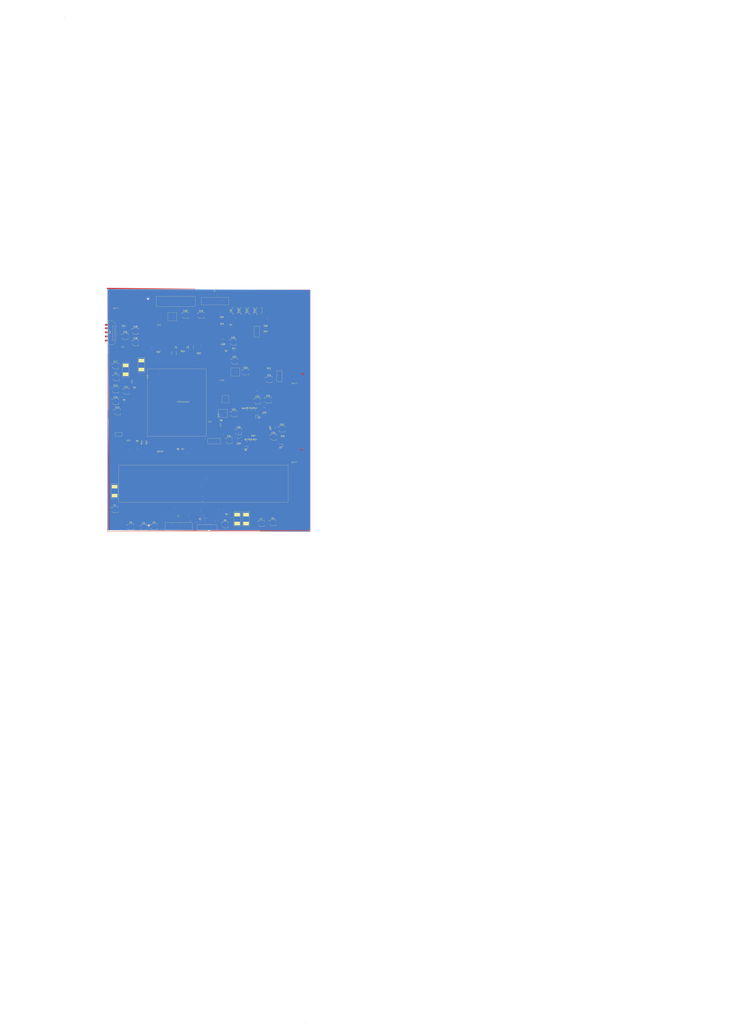
<source format=kicad_pcb>
(kicad_pcb (version 20241229) (generator "pcbnew") (generator_version "9.0")
  (layers (0 "F.Cu" signal) (2 "B.Cu" signal) (13 "F.Paste" user) (15 "B.Paste" user) (5 "F.SilkS" user "F.Silkscreen") (7 "B.SilkS" user "B.Silkscreen") (1 "F.Mask" user) (3 "B.Mask" user) (25 "Edge.Cuts" user))
  (net 0 "")
  (net 1 "GND")
  (net 2 "Net-(U9-AVCC)")
  (net 3 "Net-(U2-VCC)")
  (net 4 "Net-(U2-AVCC)")
  (net 5 "+AREF")
  (net 6 "Net-(U2-PCINT6)")
  (net 7 "Net-(U2-PCINT7)")
  (net 8 "+5V")
  (net 9 "+5V{slash}3v3")
  (net 10 "Net-(U9-PC0)")
  (net 11 "Net-(U9-XTAL1)")
  (net 12 "/+3V3")
  (net 13 "+5V{slash}3V3")
  (net 14 "Net-(C22-Pad1)")
  (net 15 "/AUTORESET")
  (net 16 "Net-(C24-Pad2)")
  (net 17 "/5V USB")
  (net 18 "/USER BUTTON BUF")
  (net 19 "Net-(D7-A)")
  (net 20 "/BUTTON RESET")
  (net 21 "/RX LED")
  (net 22 "Net-(D2-A)")
  (net 23 "Net-(D3-A)")
  (net 24 "/TX LED")
  (net 25 "Net-(D4-A)")
  (net 26 "Net-(D5-A)")
  (net 27 "Net-(D5-K)")
  (net 28 "/USER BUTTON")
  (net 29 "Net-(R5-Pad2)")
  (net 30 "/CLK")
  (net 31 "/TXD")
  (net 32 "/I00")
  (net 33 "/RXD")
  (net 34 "/I01")
  (net 35 "Net-(U9-PB1(PCINT1))")
  (net 36 "Net-(R8-Pad2)")
  (net 37 "Net-(R12-Pad2)")
  (net 38 "3V3")
  (net 39 "Net-(R21-Pad2)")
  (net 40 "Net-(R22-Pad2)")
  (net 41 "/ CON USB N")
  (net 42 "/CON USB P")
  (net 43 "Net-(R23-Pad2)")
  (net 44 "Net-(R27-Pad1)")
  (net 45 "/IO5")
  (net 46 "/106")
  (net 47 "/IO3")
  (net 48 "/IO4")
  (net 49 "/IO7")
  (net 50 "/IO2")
  (net 51 "/IO9")
  (net 52 "/SS")
  (net 53 "/AD1")
  (net 54 "/MISO")
  (net 55 "/IO8")
  (net 56 "/AD0")
  (net 57 "/AD2")
  (net 58 "/AD3")
  (net 59 "/SCL")
  (net 60 "Net-(U2-PCINT3)")
  (net 61 "/SDA")
  (net 64 "Net-(U9-PB4(PCINT4))")
  (net 71 "Net-(U9-PB6)")
  (net 72 "Net-(U9-PB2(PCINT2))")
  (net 73 "Net-(U9-PB3(PCINT3))")
  (net 75 "Net-(U9-PB5(PCINT5))")
  (net 79 "Net-(U13-1-Pad3)")
  (net 80 "Net-(U9-PB7)")
  (net 82 "/SCK")
  (footprint "Capacitor_SMD:CP_Elec_4x3.9" (layer "F.Cu") (at 133 96)
    (property "Reference" "C22")
    (property "Value" "100n")
  )
  (footprint "Resistor_SMD:R_1812_4532Metric_Pad1.30x3.40mm_HandSolder" (layer "F.Cu") (at 84.5 56.775 90)
    (property "Reference" "Z1")
    (property "Value" "CG063")
  )
  (footprint "Diode_SMD:D_01005_0402Metric_Pad0.57x0.30mm_HandSolder" (layer "F.Cu") (at 129.8625 120.5 180)
    (property "Reference" "SW2")
    (property "Value" "SW_Push_Dual_x2")
  )
  (footprint "LED_SMD:LED_0201_0603Metric_Pad0.64x0.40mm_HandSolder" (layer "F.Cu") (at 110 58.5 180)
    (property "Reference" "D5")
    (property "Value" "GREEN LED")
  )
  (footprint "ARDUINO LIBRARY PCB:crystal" (layer "F.Cu") (at 41.65 81.9 90)
    (property "Reference" "U11")
    (property "Value" "~")
  )
  (footprint "ARDUINO LIBRARY PCB:6PINHEADER" (layer "F.Cu") (at 98 111.75)
    (property "Reference" "U13")
    (property "Value" "~")
  )
  (footprint "Capacitor_SMD:CP_Elec_4x3.9" (layer "F.Cu") (at 43.7 45)
    (property "Reference" "C18")
    (property "Value" "1u")
  )
  (footprint "LED_SMD:LED_0201_0603Metric_Pad0.64x0.40mm_HandSolder" (layer "F.Cu") (at 113.5675 39.5 180)
    (property "Reference" "D4")
    (property "Value" "GREEN LED")
  )
  (footprint "ARDUINO LIBRARY PCB:holes" (layer "F.Cu") (at 26.609436 191.890565)
    (property "Reference" "REF**")
    (property "Value" "holes")
  )
  (footprint "ARDUINO LIBRARY PCB:crystal" (layer "F.Cu") (at 129.65 190.9 90)
    (property "Reference" "U5" (hide yes))
    (property "Value" "~" (hide yes))
  )
  (footprint "Resistor_SMD:R_0402_1005Metric_Pad0.72x0.64mm_HandSolder" (layer "F.Cu") (at 131.4025 102.5)
    (property "Reference" "R11")
    (property "Value" "10k")
  )
  (footprint "Resistor_SMD:R_0402_1005Metric_Pad0.72x0.64mm_HandSolder" (layer "F.Cu") (at 124.9025 125.5)
    (property "Reference" "R27")
    (property "Value" "560R")
  )
  (footprint "LED_SMD:LED_0201_0603Metric_Pad0.64x0.40mm_HandSolder" (layer "F.Cu") (at 63.0675 132 180)
    (property "Reference" "D2")
    (property "Value" "ORANGE LED" (hide yes))
  )
  (footprint "Package_TO_SOT_SMD:SOT-23-5" (layer "F.Cu") (at 144.55 115.6375 90)
    (property "Reference" "U27")
    (property "Value" "SN74LVC1G00DBV" (hide yes))
  )
  (footprint "Diode_SMD:D_01005_0402Metric_Pad0.57x0.30mm_HandSolder" (layer "F.Cu") (at 123 100.5 180)
    (property "Reference" "SW1")
    (property "Value" "SW_Push_Dual_x2")
  )
  (footprint "LED_SMD:LED_0201_0603Metric_Pad0.64x0.40mm_HandSolder" (layer "F.Cu") (at 60.5675 132 180)
    (property "Reference" "D3")
    (property "Value" "ORANGE LED" (hide yes))
  )
  (footprint "Capacitor_SMD:CP_Elec_4x3.9" (layer "F.Cu") (at 37 89)
    (property "Reference" "C14")
    (property "Value" "18p")
  )
  (footprint "Capacitor_SMD:CP_Elec_4x3.9" (layer "F.Cu") (at 124.2 75)
    (property "Reference" "C26")
    (property "Value" "100n")
  )
  (footprint "Resistor_SMD:R_0402_1005Metric_Pad0.72x0.64mm_HandSolder" (layer "F.Cu") (at 91.0975 183.5)
    (property "Reference" "R2")
    (property "Value" "1M")
  )
  (footprint "Capacitor_SMD:CP_Elec_4x3.9" (layer "F.Cu") (at 112.2 125)
    (property "Reference" "C31")
    (property "Value" "100n")
  )
  (footprint "Capacitor_SMD:CP_Elec_4x3.9" (layer "F.Cu") (at 122.5 30.3 90)
    (property "Reference" "C10")
    (property "Value" "100n")
  )
  (footprint "Resistor_SMD:R_1812_4532Metric_Pad1.30x3.40mm_HandSolder" (layer "F.Cu") (at 72 61.225 90)
    (property "Reference" "Z2")
    (property "Value" "CG063")
  )
  (footprint "ARDUINO LIBRARY PCB:6PINHEADER" (layer "F.Cu") (at 61 41)
    (property "Reference" "U12")
    (property "Value" "~")
  )
  (footprint "Capacitor_SMD:CP_Elec_4x3.9" (layer "F.Cu") (at 115.7 105.5)
    (property "Reference" "C21")
    (property "Value" "10uf/16v")
  )
  (footprint "Resistor_SMD:R_0402_1005Metric_Pad0.72x0.64mm_HandSolder" (layer "F.Cu") (at 78.4025 132.5)
    (property "Reference" "R7")
    (property "Value" "10k")
  )
  (footprint "Capacitor_SMD:CP_Elec_4x3.9" (layer "F.Cu") (at 128.35 30.3 90)
    (property "Reference" "C11")
    (property "Value" "100n")
  )
  (footprint "Capacitor_SMD:CP_Elec_4x3.9" (layer "F.Cu") (at 116.65 30.3 90)
    (property "Reference" "C9")
    (property "Value" "100n")
  )
  (footprint "Capacitor_SMD:CP_Elec_4x3.9" (layer "F.Cu") (at 91.7 33.5)
    (property "Reference" "C19")
    (property "Value" "10uf/16v")
  )
  (footprint "Diode_SMD:D_SOD-323F" (layer "F.Cu") (at 132.5 108 -90)
    (property "Reference" "D1")
    (property "Value" "BAT54J")
  )
  (footprint "Package_TO_SOT_SMD:SOT-23-5" (layer "F.Cu") (at 138 102.5 180)
    (property "Reference" "U14")
    (property "Value" "SN74LVC1G00DBV" (hide yes))
  )
  (footprint "Resistor_SMD:R_0402_1005Metric_Pad0.72x0.64mm_HandSolder" (layer "F.Cu") (at 127.9025 125.5)
    (property "Reference" "R25")
    (property "Value" "22r")
  )
  (footprint "Diode_SMD:D_SOD-323F" (layer "F.Cu") (at 124.4 130 180)
    (property "Reference" "D6")
    (property "Value" "BAT54J")
  )
  (footprint "ARDUINO LIBRARY PCB:ATMEGA16U2" (layer "F.Cu") (at -55 84.5)
    (property "Reference" "U9" (hide yes))
    (property "Value" "~")
  )
  (footprint "ARDUINO LIBRARY PCB:6 pin header" (layer "F.Cu") (at 104.5 196 90)
    (property "Reference" "U3" (hide yes))
    (property "Value" "~" (hide yes))
  )
  (footprint "Capacitor_SMD:CP_Elec_4x3.9" (layer "F.Cu") (at 29.2 88)
    (property "Reference" "C15")
    (property "Value" "10uf/16v")
  )
  (footprint "Capacitor_SMD:CP_Elec_4x3.9" (layer "F.Cu") (at 30.5 104)
    (property "Reference" "C13")
    (property "Value" "18p")
  )
  (footprint "ARDUINO LIBRARY PCB:holes" (layer "F.Cu") (at 160 141.5)
    (property "Reference" "REF**")
    (property "Value" "holes")
  )
  (footprint "Diode_SMD:D_SOD-323F" (layer "F.Cu") (at 150 128.5 180)
    (property "Reference" "D7")
    (property "Value" "BAT54J")
  )
  (footprint "Capacitor_SMD:CP_Elec_4x3.9" (layer "F.Cu") (at 144.2 185)
    (property "Reference" "C6")
    (property "Value" "100n")
  )
  (footprint "ARDUINO LIBRARY PCB:MICRRO USB" (layer "F.Cu") (at 17.5 31 -90)
    (property "Reference" "U21")
    (property "Value" "~")
  )
  (footprint "Resistor_SMD:R_0402_1005Metric_Pad0.72x0.64mm_HandSolder" (layer "F.Cu") (at 106.9025 36)
    (property "Reference" "R16")
    (property "Value" "550R")
  )
  (footprint "Capacitor_SMD:CP_Elec_4x3.9" (layer "F.Cu") (at 135.7 185.5)
    (property "Reference" "C7")
    (property "Value" "18p")
  )
  (footprint "ARDUINO LIBRARY PCB:6PINHEADER" (layer "F.Cu") (at 107 81.5)
    (property "Reference" "U19")
    (property "Value" "~")
  )
  (footprint "Capacitor_SMD:CP_Elec_4x3.9" (layer "F.Cu") (at 150.7 116.5)
    (property "Reference" "C33")
    (property "Value" "100n")
  )
  (footprint "Resistor_SMD:R_0402_1005Metric_Pad0.72x0.64mm_HandSolder" (layer "F.Cu") (at 90.0975 62.5)
    (property "Reference" "R20")
    (property "Value" "100k")
  )
  (footprint "Resistor_SMD:R_0402_1005Metric_Pad0.72x0.64mm_HandSolder" (layer "F.Cu") (at 115.9025 59)
    (property "Reference" "R17")
    (property "Value" "550R")
  )
  (footprint "Resistor_SMD:R_0402_1005Metric_Pad0.72x0.64mm_HandSolder" (layer "F.Cu") (at 110.4025 180)
    (property "Reference" "R1")
    (property "Value" "10k")
  )
  (footprint "Resistor_SMD:R_0402_1005Metric_Pad0.72x0.64mm_HandSolder" (layer "F.Cu") (at 107.0975 41)
    (property "Reference" "R15")
    (property "Value" "550R")
  )
  (footprint "ARDUINO LIBRARY PCB:8 pin header" (layer "F.Cu") (at 75.5 180 90)
    (property "Reference" "U1")
    (property "Value" "~")
  )
  (footprint "Capacitor_SMD:CP_Elec_4x3.9" (layer "F.Cu") (at 119.2 118.5)
    (property "Reference" "C30")
    (property "Value" "100n")
  )
  (footprint "Resistor_SMD:R_0402_1005Metric_Pad0.72x0.64mm_HandSolder" (layer "F.Cu") (at 60.5975 61.5)
    (property "Reference" "R22")
    (property "Value" "22R")
  )
  (footprint "Capacitor_SMD:CP_Elec_4x3.9" (layer "F.Cu") (at 116.2 67)
    (property "Reference" "C27")
    (property "Value" "100n")
  )
  (footprint "Capacitor_SMD:CP_Elec_4x3.9" (layer "F.Cu") (at 109.2 186.5)
    (property "Reference" "C8")
    (property "Value" "18p")
  )
  (footprint "Capacitor_SMD:CP_Elec_4x3.9" (layer "F.Cu") (at 40.3 188)
    (property "Reference" "C2")
    (property "Value" "100n")
  )
  (footprint "ARDUINO LIBRARY PCB:holes" (layer "F.Cu") (at 160.109436 83.890565)
    (property "Reference" "REF**")
    (property "Value" "holes")
  )
  (footprint "Resistor_SMD:R_0402_1005Metric_Pad0.72x0.64mm_HandSolder" (layer "F.Cu") (at 49.5 126.4025 90)
    (property "Reference" "R14")
    (property "Value" "550R")
  )
  (footprint "ARDUINO LIBRARY PCB:holes" (layer "F.Cu") (at 29.5 29)
    (property "Reference" "REF**")
    (property "Value" "holes")
  )
  (footprint "Resistor_SMD:R_0402_1005Metric_Pad0.72x0.64mm_HandSolder" (layer "F.Cu") (at 128.4025 102.5)
    (property "Reference" "R10")
    (property "Value" "22r")
  )
  (footprint "Inductor_SMD:L_0201_0603Metric_Pad0.64x0.40mm_HandSolder" (layer "F.Cu") (at 34.5675 55.5 180)
    (property "Reference" "L1")
    (property "Value" "2A/2.2uH")
  )
  (footprint "Resistor_SMD:R_0402_1005Metric_Pad0.72x0.64mm_HandSolder" (layer "F.Cu") (at 35.5975 96.5)
    (property "Reference" "R4")
    (property "Value" "10k")
  )
  (footprint "Capacitor_SMD:CP_Elec_4x3.9" (layer "F.Cu") (at 49.7 188.5)
    (property "Reference" "C3")
    (property "Value" "10uf/16v")
  )
  (footprint "ARDUINO LIBRARY PCB:POWER PADS" (layer "F.Cu") (at 38.5 125.5)
    (property "Reference" "U25")
    (property "Value" "~")
  )
  (footprint "Resistor_SMD:R_0402_1005Metric_Pad0.72x0.64mm_HandSolder" (layer "F.Cu") (at 125.4025 102.5)
    (property "Reference" "R9")
    (property "Value" "10k")
  )
  (footprint "ARDUINO LIBRARY PCB:crystal" (layer "F.Cu") (at 33.5 170.5 90)
    (property "Reference" "U8" (hide yes))
    (property "Value" "~" (hide yes))
  )
  (footprint "Capacitor_SMD:CP_Elec_4x3.9" (layer "F.Cu") (at 29.2 96.5)
    (property "Reference" "C16")
    (property "Value" "100n")
  )
  (footprint "Capacitor_SMD:CP_Elec_4x3.9" (layer "F.Cu") (at 29.2 70.5)
    (property "Reference" "C17")
    (property "Value" "100n")
  )
  (footprint "Capacitor_SMD:CP_Elec_4x3.9" (layer "F.Cu") (at 115.2 53)
    (property "Reference" "C25")
    (property "Value" "100n")
  )
  (footprint "Resistor_SMD:R_0402_1005Metric_Pad0.72x0.64mm_HandSolder" (layer "F.Cu") (at 138.9025 46.5)
    (property "Reference" "R19")
    (property "Value" "OR")
  )
  (footprint "Resistor_SMD:R_0402_1005Metric_Pad0.72x0.64mm_HandSolder" (layer "F.Cu") (at 78.4025 61)
    (property "Reference" "R23")
    (property "Value" "22R")
  )
  (footprint "Resistor_SMD:R_0402_1005Metric_Pad0.72x0.64mm_HandSolder" (layer "F.Cu") (at 131.0975 125.5)
    (property "Reference" "R24")
    (property "Value" "10k")
  )
  (footprint "Resistor_SMD:R_0402_1005Metric_Pad0.72x0.64mm_HandSolder" (layer "F.Cu") (at 151.4025 123)
    (property "Reference" "R26")
    (property "Value" "10k")
  )
  (footprint "Capacitor_SMD:CP_Elec_4x3.9" (layer "F.Cu") (at 29.5 79)
    (property "Reference" "C1")
    (property "Value" "10uf/16v")
  )
  (footprint "Capacitor_SMD:CP_Elec_4x3.9" (layer "F.Cu") (at 43.7 53.5)
    (property "Reference" "C28")
    (property "Value" "100u")
  )
  (footprint "ARDUINO LIBRARY PCB:3PINHEADER" (layer "F.Cu") (at 125 54.5)
    (property "Reference" "U20" (hide yes))
    (property "Value" "~" (hide yes))
  )
  (footprint "Package_TO_SOT_SMD:SOT-23-5" (layer "F.Cu") (at 107.6375 52.45 180)
    (property "Reference" "U18")
    (property "Value" "SN74LVC1G00DBV")
  )
  (footprint "ARDUINO LIBRARY PCB:4 pine header" (layer "F.Cu") (at 106.5 113.5 90)
    (property "Reference" "U17")
    (property "Value" "~")
  )
  (footprint "Resistor_SMD:R_0402_1005Metric_Pad0.72x0.64mm_HandSolder" (layer "F.Cu") (at 43 87.5)
    (property "Reference" "R3")
    (property "Value" "1M")
  )
  (footprint "Resistor_SMD:R_0402_1005Metric_Pad0.72x0.64mm_HandSolder" (layer "F.Cu") (at 141.4025 73.5)
    (property "Reference" "R12")
    (property "Value" "1k")
  )
  (footprint "Library:Untitled" (layer "F.Cu") (at 87 25.5)
    (property "Reference" "REF**" (hide yes))
    (property "Value" "Untitled" (hide yes))
  )
  (footprint "ARDUINO LIBRARY PCB:2_2PINHEADER" (layer "F.Cu") (at 104 106.5 -90)
    (property "Reference" "U15")
    (property "Value" "~")
  )
  (footprint "ARDUINO LIBRARY PCB:8 pin header" (layer "F.Cu") (at 102 15.5 90)
    (property "Reference" "U7")
    (property "Value" "~")
  )
  (footprint "Resistor_SMD:R_0402_1005Metric_Pad0.72x0.64mm_HandSolder" (layer "F.Cu") (at 35.4025 42.5)
    (property "Reference" "R21")
    (property "Value" "OR")
  )
  (footprint "Resistor_SMD:R_0402_1005Metric_Pad0.72x0.64mm_HandSolder" (layer "F.Cu") (at 138.9025 42.5)
    (property "Reference" "R18")
    (property "Value" "OR")
  )
  (footprint "Capacitor_SMD:CP_Elec_4x3.9" (layer "F.Cu") (at 36.2 49)
    (property "Reference" "C29")
    (property "Value" "100u")
  )
  (footprint "Capacitor_SMD:CP_Elec_4x3.9" (layer "F.Cu") (at 144.7 122.5)
    (property "Reference" "C34")
    (property "Value" "100n")
  )
  (footprint "Capacitor_SMD:CP_Elec_4x3.9" (layer "F.Cu") (at 141.5 80.5)
    (property "Reference" "C24")
    (property "Value" "10uf/16v")
  )
  (footprint "Resistor_SMD:R_0402_1005Metric_Pad0.72x0.64mm_HandSolder" (layer "F.Cu") (at 45 126.5)
    (property "Reference" "R5")
    (property "Value" "22ohm")
  )
  (footprint "ARDUINO LIBRARY PCB:3PINHEADER" (layer "F.Cu") (at 141.5 87)
    (property "Reference" "U16" (hide yes))
    (property "Value" "~")
  )
  (footprint "Resistor_SMD:R_0402_1005Metric_Pad0.72x0.64mm_HandSolder" (layer "F.Cu") (at 106.4025 111.5)
    (property "Reference" "R8")
    (property "Value" "22r")
  )
  (footprint "Capacitor_SMD:CP_Elec_4x3.9" (layer "F.Cu") (at 57.3 188)
    (property "Reference" "C5")
    (property "Value" "100n")
  )
  (footprint "ARDUINO LIBRARY PCB:crystal" (layer "F.Cu") (at 53.15 78.4 90)
    (property "Reference" "U10")
    (property "Value" "~")
  )
  (footprint "Capacitor_SMD:CP_Elec_4x3.9" (layer "F.Cu") (at 140.7 95.5)
    (property "Reference" "C23")
    (property "Value" "100n")
  )
  (footprint "ARDUINO LIBRARY PCB:ATMEGA32" (layer "F.Cu") (at 477.5 -196.5 90)
    (property "Reference" "U2")
    (property "Value" "~")
  )
  (footprint "ARDUINO LIBRARY PCB:crystal" (layer "F.Cu") (at 123.15 190.9 90)
    (property "Reference" "U6" (hide yes))
    (property "Value" "~" (hide yes))
  )
  (footprint "Capacitor_SMD:CP_Elec_4x3.9" (layer "F.Cu") (at 80.2 33.5)
    (property "Reference" "C20")
    (property "Value" "10uf/16v")
  )
  (footprint "Capacitor_SMD:CP_Elec_4x3.9" (layer "F.Cu") (at 28.8 175.5)
    (property "Reference" "C4")
    (property "Value" "10uf/16v")
  )
  (footprint "Capacitor_SMD:CP_Elec_4x3.9" (layer "F.Cu") (at 134.2 30.3 90)
    (property "Reference" "C12")
    (property "Value" "100n/16v")
  )
  (footprint "Resistor_SMD:R_0402_1005Metric_Pad0.72x0.64mm_HandSolder" (layer "F.Cu") (at 74.9025 132.5)
    (property "Reference" "R6")
    (property "Value" "10k")
  )
  (footprint "Package_TO_SOT_SMD:SOT-23-5" (layer "F.Cu") (at 119.1375 125.05 180)
    (property "Reference" "U23")
    (property "Value" "SN74LVC1G00DBV" (hide yes))
  )
  (footprint "Resistor_SMD:R_0402_1005Metric_Pad0.72x0.64mm_HandSolder" (layer "F.Cu") (at 53 126.5 90)
    (property "Reference" "R13")
    (property "Value" "550R")
  )
  (gr_rect (start 23.5 15) (end 171.5 191.5) (stroke (width 0.2)) (fill no) (layer "F.Cu") (net 1))
  (segment (start 119 106.5) (end 118.899 106.601) (width 0.2) (layer "F.Cu") (net 0))
  (segment (start 138.174 100.927) (end 138.174 102.1385) (width 0.2) (layer "F.Cu") (net 0))
  (segment (start 118.899 106.601) (end 117.5 106.601) (width 0.2) (layer "F.Cu") (net 0))
  (segment (start 138.174 101.209032) (end 142.5 96.883032) (width 0.2) (layer "F.Cu") (net 0))
  (segment (start 137.4635 102.849) (end 136.8625 102.849) (width 0.2) (layer "F.Cu") (net 0))
  (segment (start 138.174 102.1385) (end 137.4635 102.849) (width 0.2) (layer "F.Cu") (net 0))
  (segment (start 138.174 101.826) (end 138.174 101.209032) (width 0.2) (layer "F.Cu") (net 0))
  (segment (start 142.5 96.601) (end 138.174 100.927) (width 0.2) (layer "F.Cu") (net 0))
  (segment (start 137.5 102.5) (end 138.174 101.826) (width 0.2) (layer "F.Cu") (net 0))
  (segment (start 142.5 96.883032) (end 142.5 96.601) (width 0.2) (layer "F.Cu") (net 0))
  (via (at 166 76.5) (size 0.6) (drill 0.3) (layers "F.Cu" "B.Cu") (net 0))
  (via (at 165.5 131.5) (size 0.6) (drill 0.3) (layers "F.Cu" "B.Cu") (net 0))
  (via (at 53 21.5) (size 0.6) (drill 0.3) (layers "F.Cu" "B.Cu") (net 0))
  (segment (start 31.3 73.312) (end 31.3 79) (width 0.2) (layer "F.Cu") (net 1))
  (segment (start 165 185) (end 171.5 191.5) (width 0.2) (layer "F.Cu") (net 1))
  (segment (start 28.7 104) (end 31 101.7) (width 0.2) (layer "F.Cu") (net 1))
  (segment (start 123.5 100.5) (end 123.3375 100.5) (width 0.2) (layer "F.Cu") (net 1))
  (segment (start 123.5 100.5) (end 118.5 105.5) (width 0.2) (layer "F.Cu") (net 1))
  (segment (start 126.9411 41.824) (end 134.211894 41.824) (width 0.2) (layer "F.Cu") (net 1))
  (segment (start 139.305 75) (end 139.6525 74.6525) (width 0.2) (layer "F.Cu") (net 1))
  (segment (start 32 46.5) (end 34.805 43.695) (width 0.2) (layer "F.Cu") (net 1))
  (segment (start 134.451 42.063106) (end 134.451 42.936894) (width 0.2) (layer "F.Cu") (net 1))
  (segment (start 59.1 188) (end 65.323 181.777) (width 0.2) (layer "F.Cu") (net 1))
  (segment (start 116.65 28.5) (end 122.5 28.5) (width 0.2) (layer "F.Cu") (net 1))
  (segment (start 82 52.05) (end 82 33.5) (width 0.2) (layer "F.Cu") (net 1))
  (segment (start 147 184) (end 146 185) (width 0.2) (layer "F.Cu") (net 1))
  (segment (start 71.9 174) (end 74 174) (width 0.2) (layer "F.Cu") (net 1))
  (segment (start 146.5 124.755918) (end 150.795082 129.051) (width 0.2) (layer "F.Cu") (net 1))
  (segment (start 139.6525 74.6525) (end 140.805 73.5) (width 0.2) (layer "F.Cu") (net 1))
  (segment (start 141.699 94.699) (end 142.5 95.5) (width 0.2) (layer "F.Cu") (net 1))
  (segment (start 146.5 174) (end 147 173.5) (width 0.2) (layer "F.Cu") (net 1))
  (segment (start 82 33.5) (end 83.101 32.399) (width 0.2) (layer "F.Cu") (net 1))
  (segment (start 123.6465 125.855386) (end 123.912114 126.121) (width 0.2) (layer "F.Cu") (net 1))
  (segment (start 36.195 89.995) (end 35.2 89) (width 0.2) (layer "F.Cu") (net 1))
  (segment (start 117.651 43.176) (end 113.975 39.5) (width 0.2) (layer "F.Cu") (net 1))
  (segment (start 78.5 30) (end 82 33.5) (width 0.2) (layer "F.Cu") (net 1))
  (segment (start 115.5 51.5) (end 117 53) (width 0.2) (layer "F.Cu") (net 1))
  (segment (start 123.6465 125.144614) (end 123.6465 125.855386) (width 0.2) (layer "F.Cu") (net 1))
  (segment (start 66.5 68) (end 66.5 64.5) (width 0.2) (layer "F.Cu") (net 1))
  (segment (start 55.33 58.83) (end 55.33 57.5) (width 0.2) (layer "F.Cu") (net 1))
  (segment (start 117.5 105.5) (end 118.8 105.5) (width 0.2) (layer "F.Cu") (net 1))
  (segment (start 30.6 175.5) (end 42.1 187) (width 0.2) (layer "F.Cu") (net 1))
  (segment (start 126 75) (end 139.305 75) (width 0.2) (layer "F.Cu") (net 1))
  (segment (start 31 79.3) (end 31.3 79) (width 0.2) (layer "F.Cu") (net 1))
  (segment (start 121 107.7) (end 121 118.5) (width 0.2) (layer "F.Cu") (net 1))
  (segment (start 143.3 96.3) (end 143.3 97.3875) (width 0.2) (layer "F.Cu") (net 1))
  (segment (start 100.451 21.049) (end 104.049 21.049) (width 0.2) (layer "F.Cu") (net 1))
  (segment (start 116.65 28.5) (end 117.751 29.601) (width 0.2) (layer "F.Cu") (net 1))
  (segment (start 53 127.0975) (end 49.5975 127.0975) (width 0.2) (layer "F.Cu") (net 1))
  (segment (start 22.5 40.5) (end 30 40.5) (width 0.2) (layer "F.Cu") (net 1))
  (segment (start 113.975 39.5) (end 113.975 46.3) (width 0.2) (layer "F.Cu") (net 1))
  (segment (start 141.699 76.699) (end 141.699 94.699) (width 0.2) (layer "F.Cu") (net 1))
  (segment (start 66.5 68) (end 60.621 62.121) (width 0.2) (layer "F.Cu") (net 1))
  (segment (start 144.399 186.601) (end 135.001 186.601) (width 0.2) (layer "F.Cu") (net 1))
  (segment (start 35 89) (end 34 88) (width 0.2) (layer "F.Cu") (net 1))
  (segment (start 123.912114 124.879) (end 123.6465 125.144614) (width 0.2) (layer "F.Cu") (net 1))
  (segment (start 98.5 28.5) (end 98.5 23) (width 0.2) (layer "F.Cu") (net 1))
  (segment (start 54.0975 126) (end 53 127.0975) (width 0.2) (layer "F.Cu") (net 1))
  (segment (start 57.5 126) (end 54.0975 126) (width 0.2) (layer "F.Cu") (net 1))
  (segment (start 38 49) (end 38 47) (width 0.2) (layer "F.Cu") (net 1))
  (segment (start 67 68.5) (end 66.5 68) (width 0.2) (layer "F.Cu") (net 1))
  (segment (start 139.6525 74.6525) (end 141.699 76.699) (width 0.2) (layer "F.Cu") (net 1))
  (segment (start 153.3 117.3) (end 152.5 116.5) (width 0.2) (layer "F.Cu") (net 1))
  (segment (start 66.5 64.5) (end 72 59) (width 0.2) (layer "F.Cu") (net 1))
  (segment (start 125.5 125.5) (end 124.879 126.121) (width 0.2) (layer "F.Cu") (net 1))
  (segment (start 78 68.5) (end 67 68.5) (width 0.2) (layer "F.Cu") (net 1))
  (segment (start 83.101 32.399) (end 92.399 32.399) (width 0.2) (layer "F.Cu") (net 1))
  (segment (start 42.9 187.2) (end 50.2 187.2) (width 0.2) (layer "F.Cu") (net 1))
  (segment (start 98.5 23) (end 100.451 21.049) (width 0.2) (layer "F.Cu") (net 1))
  (segment (start 72 36.5) (end 71 36.5) (width 0.2) (layer "F.Cu") (net 1))
  (segment (start 143.3 97.3875) (end 139.1375 101.55) (width 0.2) (layer "F.Cu") (net 1))
  (segment (start 33.305 41) (end 34.805 42.5) (width 0.2) (layer "F.Cu") (net 1))
  (segment (start 117.5 105.5) (end 115.75 107.25) (width 0.2) (layer "F.Cu") (net 1))
  (segment (start 124 77) (end 126 75) (width 0.2) (layer "F.Cu") (net 1))
  (segment (start 45.5 56.998) (end 33.5 68.998) (width 0.2) (layer "F.Cu") (net 1))
  (segment (start 90.695 60.745) (end 90.695 62.5) (width 0.2) (layer "F.Cu") (net 1))
  (segment (start 115 75) (end 116 75) (width 0.2) (layer "F.Cu") (net 1))
  (segment (start 31 70.5) (end 31 71.5) (width 0.2) (layer "F.Cu") (net 1))
  (segment (start 42.1 187) (end 42.1 188) (width 0.2) (layer "F.Cu") (net 1))
  (segment (start 28.7 106.2) (end 28.7 104) (width 0.2) (layer "F.Cu") (net 1))
  (segment (start 118 77) (end 124 77) (width 0.2) (layer "F.Cu") (net 1))
  (segment (start 31 96.5) (end 31.8 95.7) (width 0.2) (layer "F.Cu") (net 1))
  (segment (start 118.5 105.5) (end 117.5 105.5) (width 0.2) (layer "F.Cu") (net 1))
  (segment (start 146.5 122.5) (end 146.5 122) (width 0.2) (layer "F.Cu") (net 1))
  (segment (start 134.451 42.936894) (end 134.211894 43.176) (width 0.2) (layer "F.Cu") (net 1))
  (segment (start 45.68616 93) (end 43.09308 95.59308) (width 0.2) (layer "F.Cu") (net 1))
  (segment (start 84.5 54.55) (end 90.695 60.745) (width 0.2) (layer "F.Cu") (net 1))
  (segment (start 130.2 120.5) (end 130.2 120.649999) (width 0.2) (layer "F.Cu") (net 1))
  (segment (start 31 42.5) (end 30.5 43) (width 0.2) (layer "F.Cu") (net 1))
  (segment (start 113.975 46.3) (end 108.775 51.5) (width 0.2) (layer "F.Cu") (net 1))
  (segment (start 118 67) (end 116.7465 68.2535) (width 0.2) (layer "F.Cu") (net 1))
  (segment (start 133.9 185.5) (end 114.283 185.5) (width 0.2) (layer "F.Cu") (net 1))
  (segment (start 104.5 125.5) (end 104.5 124) (width 0.2) (layer "F.Cu") (net 1))
  (segment (start 72 59) (end 80.05 59) (width 0.2) (layer "F.Cu") (net 1))
  (segment (start 118 54) (end 118 67) (width 0.2) (layer "F.Cu") (net 1))
  (segment (start 128.35 28.5) (end 134.2 28.5) (width 0.2) (layer "F.Cu") (net 1))
  (segment (start 80.899 32.399) (end 76.101 32.399) (width 0.2) (layer "F.Cu") (net 1))
  (segment (start 108 23.5) (end 108.5 23) (width 0.2) (layer "F.Cu") (net 1))
  (segment (start 34 88) (end 31 88) (width 0.2) (layer "F.Cu") (net 1))
  (segment (start 38 47) (end 37.946768 46.946768) (width 0.2) (layer "F.Cu") (net 1))
  (segment (start 124.879 126.121) (end 123.912114 126.121) (width 0.2) (layer "F.Cu") (net 1))
  (segment (start 36.195 96.5) (end 36.195 89.995) (width 0.2) (layer "F.Cu") (net 1))
  (segment (start 42.1 188) (end 42.9 187.2) (width 0.2) (layer "F.Cu") (net 1))
  (segment (start 78.5 23.5) (end 78.5 30) (width 0.2) (layer "F.Cu") (net 1))
  (segment (start 110 180) (end 109.805 180) (width 0.2) (layer "F.Cu") (net 1))
  (segment (start 38 49) (end 41.5 49) (width 0.2) (layer "F.Cu") (net 1))
  (segment (start 146.5 122) (end 145.5 121) (width 0.2) (layer "F.Cu") (net 1))
  (segment (start 125.970999 124.879) (end 123.912114 124.879) (width 0.2) (layer "F.Cu") (net 1))
  (segment (start 99.397006 127.852) (end 102.535894 127.852) (width 0.2) (layer "F.Cu") (net 1))
  (segment (start 120.5 123.875) (end 120.275 124.1) (width 0.2) (layer "F.Cu") (net 1))
  (segment (start 142 174) (end 146.5 174) (width 0.2) (layer "F.Cu") (net 1))
  (segment (start 150.795082 129.051) (end 151.404918 129.051) (width 0.2) (layer "F.Cu") (net 1))
  (segment (start 145.5 121) (end 145.5 116.775) (width 0.2) (layer "F.Cu") (net 1))
  (segment (start 30.6 175.5) (end 23.5 182.6) (width 0.2) (layer "F.Cu") (net 1))
  (segment (start 71 36.5) (end 69 34.5) (width 0.2) (layer "F.Cu") (net 1))
  (segment (start 145.5 114.5) (end 145.5 107.5) (width 0.2) (layer "F.Cu") (net 1))
  (segment (start 92.399 32.399) (end 93.5 33.5) (width 0.2) (layer "F.Cu") (net 1))
  (segment (start 121 118.5) (end 121 119.001) (width 0.2) (layer "F.Cu") (net 1))
  (segment (start 30.5 45) (end 32 46.5) (width 0.2) (layer "F.Cu") (net 1))
  (segment (start 107 186.5) (end 107.4 186.5) (width 0.2) (layer "F.Cu") (net 1))
  (segment (start 23.5 182.6) (end 23.5 191.5) (width 0.2) (layer "F.Cu") (net 1))
  (segment (start 65.323 181.777) (end 65.323 177.5) (width 0.2) (layer "F.Cu") (net 1))
  (segment (start 134.211894 41.824) (end 134.451 42.063106) (width 0.2) (layer "F.Cu") (net 1))
  (segment (start 104.5 125.887894) (end 104.5 125.5) (width 0.2) (layer "F.Cu") (net 1))
  (segment (start 120.5 123) (end 120.5 123.875) (width 0.2) (layer "F.Cu") (net 1))
  (segment (start 112.350001 28.5) (end 116.65 28.5) (width 0.2) (layer "F.Cu") (net 1))
  (segment (start 108.5 24.649999) (end 112.350001 28.5) (width 0.2) (layer "F.Cu") (net 1))
  (segment (start 136.8625 101.55) (end 134.8 99.4875) (width 0.2) (layer "F.Cu") (net 1))
  (segment (start 145.5 107.5) (end 141.370249 103.370249) (width 0.2) (layer "F.Cu") (net 1))
  (segment (start 135.001 186.601) (end 133.9 185.5) (width 0.2) (layer "F.Cu") (net 1))
  (segment (start 34.805 42.5) (end 31 42.5) (width 0.2) (layer "F.Cu") (net 1))
  (segment (start 59.1 188) (end 57.1 190) (width 0.2) (layer "F.Cu") (net 1))
  (segment (start 31 101.7) (end 31 96.5) (width 0.2) (layer "F.Cu") (net 1))
  (segment (start 108.5 23) (end 108.5 24.649999) (width 0.2) (layer "F.Cu") (net 1))
  (segment (start 115.75 107.25) (end 109 107.25) (width 0.2) (layer "F.Cu") (net 1))
  (segment (start 35.2 89) (end 35.2 77.212) (width 0.2) (layer "F.Cu") (net 1))
  (segment (start 116.7465 73.2535) (end 115 75) (width 0.2) (layer "F.Cu") (net 1))
  (segment (start 116 75) (end 118 77) (width 0.2) (layer "F.Cu") (net 1))
  (segment (start 49.5 127) (end 28.7 106.2) (width 0.2) (layer "F.Cu") (net 1))
  (segment (start 55.33 57.5) (end 55.529 57.5) (width 0.2) (layer "F.Cu") (net 1))
  (segment (start 134.8 96) (end 130.3 100.5) (width 0.2) (layer "F.Cu") (net 1))
  (segment (start 80.05 59) (end 84.5 54.55) (width 0.2) (layer "F.Cu") (net 1))
  (segment (start 108.775 51.5) (end 115.5 51.5) (width 0.2) (layer "F.Cu") (net 1))
  (segment (start 31 70.5) (end 32.999 70.5) (width 0.2) (layer "F.Cu") (net 1))
  (segment (start 146 185) (end 165 185) (width 0.2) (layer "F.Cu") (net 1))
  (segment (start 50.2 187.2) (end 51.5 188.5) (width 0.2) (layer "F.Cu") (net 1))
  (segment (start 31.8 95.7) (end 35.395 95.7) (width 0.2) (layer "F.Cu") (net 1))
  (segment (start 45.5 53.5) (end 45.5 56.998) (width 0.2) (layer "F.Cu") (net 1))
  (segment (start 117 53) (end 118 54) (width 0.2) (layer "F.Cu") (net 1))
  (segment (start 32.999 70.5) (end 33.5 69.999) (width 0.2) (layer "F.Cu") (net 1))
  (segment (start 31 88) (end 31 79.3) (width 0.2) (layer "F.Cu") (net 1))
  (segment (start 34.805 43.695) (end 34.805 42.5) (width 0.2) (layer "F.Cu") (net 1))
  (segment (start 107.4 183.427) (end 109.805 181.022) (width 0.2) (layer "F.Cu") (net 1))
  (segment (start 43.09308 95.59308) (end 42.324265 94.824265) (width 0.2) (layer "F.Cu") (net 1))
  (segment (start 114.283 185.5) (end 109.805 181.022) (width 0.2) (layer "F.Cu") (net 1))
  (segment (start 117.751 29.601) (end 117.751 32.6339) (width 0.2) (layer "F.Cu") (net 1))
  (segment (start 104.049 21.049) (end 106 23) (width 0.2) (layer "F.Cu") (net 1))
  (segment (start 35.2 89) (end 35 89) (width 0.2) (layer "F.Cu") (net 1))
  (segment (start 134.8 99.4875) (end 134.8 96) (width 0.2) (layer "F.Cu") (net 1))
  (segment (start 84.5 54.55) (end 82 52.05) (width 0.2) (layer "F.Cu") (net 1))
  (segment (start 93.5 33.5) (end 98.5 28.5) (width 0.2) (layer "F.Cu") (net 1))
  (segment (start 35.2 77.212) (end 31.3 73.312) (width 0.2) (layer "F.Cu") (net 1))
  (segment (start 106.5 23.5) (end 108 23.5) (width 0.2) (layer "F.Cu") (net 1))
  (segment (start 30.5 41) (end 33.305 41) (width 0.2) (layer "F.Cu") (net 1))
  (segment (start 134.211894 43.176) (end 117.651 43.176) (width 0.2) (layer "F.Cu") (net 1))
  (segment (start 76.101 32.399) (end 72 36.5) (width 0.2) (layer "F.Cu") (net 1))
  (segment (start 49.5975 127.0975) (end 49.5 127) (width 0.2) (layer "F.Cu") (net 1))
  (segment (start 60.621 62.121) (end 58.621 62.121) (width 0.2) (layer "F.Cu") (net 1))
  (segment (start 153.3 127.155918) (end 153.3 117.3) (width 0.2) (layer "F.Cu") (net 1))
  (segment (start 130.2 120.649999) (end 125.970999 124.879) (width 0.2) (layer "F.Cu") (net 1))
  (segment (start 142.5 95.5) (end 143.3 96.3) (width 0.2) (layer "F.Cu") (net 1))
  (segment (start 82 33.5) (end 80.899 32.399) (width 0.2) (layer "F.Cu") (net 1))
  (segment (start 122.5 28.5) (end 128.35 28.5) (width 0.2) (layer "F.Cu") (net 1))
  (segment (start 151.404918 129.051) (end 153.3 127.155918) (width 0.2) (layer "F.Cu") (net 1))
  (segment (start 57.1 190) (end 54 190) (width 0.2) (layer "F.Cu") (net 1))
  (segment (start 41.5 49) (end 45.5 45) (width 0.2) (layer "F.Cu") (net 1))
  (segment (start 48 93) (end 45.68616 93) (width 0.2) (layer "F.Cu") (net 1))
  (segment (start 118.8 105.5) (end 121 107.7) (width 0.2) (layer "F.Cu") (net 1))
  (segment (start 30 40.5) (end 30.5 41) (width 0.2) (layer "F.Cu") (net 1))
  (segment (start 116.7465 68.2535) (end 116.7465 73.2535) (width 0.2) (layer "F.Cu") (net 1))
  (segment (start 117.751 32.6339) (end 126.9411 41.824) (width 0.2) (layer "F.Cu") (net 1))
  (segment (start 146 185) (end 144.399 186.601) (width 0.2) (layer "F.Cu") (net 1))
  (segment (start 58.621 62.121) (end 55.33 58.83) (width 0.2) (layer "F.Cu") (net 1))
  (segment (start 147 173.5) (end 147 184) (width 0.2) (layer "F.Cu") (net 1))
  (segment (start 31 71.5) (end 31 71.809) (width 0.2) (layer "F.Cu") (net 1))
  (segment (start 130.3 100.5) (end 123.5 100.5) (width 0.2) (layer "F.Cu") (net 1))
  (segment (start 102.535894 127.852) (end 104.5 125.887894) (width 0.2) (layer "F.Cu") (net 1))
  (segment (start 97.5 125.954994) (end 99.397006 127.852) (width 0.2) (layer "F.Cu") (net 1))
  (segment (start 146.5 122.5) (end 146.5 124.755918) (width 0.2) (layer "F.Cu") (net 1))
  (segment (start 104.5 124) (end 108 120.5) (width 0.2) (layer "F.Cu") (net 1))
  (segment (start 107.4 186.5) (end 107.4 183.427) (width 0.2) (layer "F.Cu") (net 1))
  (segment (start 35.395 95.7) (end 36.195 96.5) (width 0.2) (layer "F.Cu") (net 1))
  (segment (start 106 23) (end 106.5 23.5) (width 0.2) (layer "F.Cu") (net 1))
  (segment (start 97.5 125.5) (end 97.5 125.954994) (width 0.2) (layer "F.Cu") (net 1))
  (via (at 37.946768 46.946768) (size 0.6) (drill 0.3) (layers "F.Cu" "B.Cu") (net 1))
  (via (at 42.324265 94.824265) (size 0.6) (drill 0.3) (layers "F.Cu" "B.Cu") (net 1))
  (via (at 54 190) (size 0.6) (drill 0.3) (layers "F.Cu" "B.Cu") (net 1))
  (via (at 65.323 177.5) (size 0.6) (drill 0.3) (layers "F.Cu" "B.Cu") (net 1))
  (via (at 108 120.5) (size 0.6) (drill 0.3) (layers "F.Cu" "B.Cu") (net 1))
  (via (at 30.5 48) (size 0.6) (drill 0.3) (layers "F.Cu" "B.Cu") (net 1))
  (via (at 55.529 57.5) (size 0.6) (drill 0.3) (layers "F.Cu" "B.Cu") (net 1))
  (via (at 141.370249 103.370249) (size 0.6) (drill 0.3) (layers "F.Cu" "B.Cu") (net 1))
  (via (at 121 119.001) (size 0.6) (drill 0.3) (layers "F.Cu" "B.Cu") (net 1))
  (via (at 71.9 174) (size 0.6) (drill 0.3) (layers "F.Cu" "B.Cu") (net 1))
  (via (at 31 71.5) (size 0.6) (drill 0.3) (layers "F.Cu" "B.Cu") (net 1))
  (via (at 120.5 123) (size 0.6) (drill 0.3) (layers "F.Cu" "B.Cu") (net 1))
  (via (at 33.5 69.999) (size 0.6) (drill 0.3) (layers "F.Cu" "B.Cu") (net 1))
  (via (at 125.325735 125.674265) (size 0.6) (drill 0.3) (layers "F.Cu" "B.Cu") (net 1))
  (via (at 121.4375 125.120897) (size 0.6) (drill 0.3) (layers "F.Cu" "B.Cu") (net 1))
  (segment (start 120 124.407506) (end 120.713391 125.120897) (width 0.2) (layer "B.Cu") (net 1))
  (segment (start 114.5 125) (end 115.092494 124.407506) (width 0.2) (layer "B.Cu") (net 1))
  (segment (start 45.5 54.5) (end 45.5 54) (width 0.2) (layer "B.Cu") (net 1))
  (segment (start 65.323 177.5) (end 66.922 175.901) (width 0.2) (layer "B.Cu") (net 1))
  (segment (start 97.445563 120.5) (end 94.188 123.757563) (width 0.2) (layer "B.Cu") (net 1))
  (segment (start 52.5 188.5) (end 51.5 188.5) (width 0.2) (layer "B.Cu") (net 1))
  (segment (start 45.5 54) (end 52 54) (width 0.2) (layer "B.Cu") (net 1))
  (segment (start 71 175.901) (end 72.099 177) (width 0.2) (layer "B.Cu") (net 1))
  (segment (start 33.5 69.999) (end 45.5 57.999) (width 0.2) (layer "B.Cu") (net 1))
  (segment (start 36.5 89) (end 35.5 89) (width 0.2) (layer "B.Cu") (net 1))
  (segment (start 115.092494 124.407506) (end 120 124.407506) (width 0.2) (layer "B.Cu") (net 1))
  (segment (start 139.5 101.5) (end 139 101.5) (width 0.2) (layer "B.Cu") (net 1))
  (segment (start 45.5 57.999) (end 45.5 54.5) (width 0.2) (layer "B.Cu") (net 1))
  (segment (start 37.401 46.401) (end 37.946768 46.946768) (width 0.2) (layer "B.Cu") (net 1))
  (segment (start 141.370249 103.370249) (end 139.5 101.5) (width 0.2) (layer "B.Cu") (net 1))
  (segment (start 32.099 46.401) (end 37.401 46.401) (width 0.2) (layer "B.Cu") (net 1))
  (segment (start 121 119.001) (end 121.5 119.501) (width 0.2) (layer "B.Cu") (net 1))
  (segment (start 121.5 119.501) (end 121.5 122) (width 0.2) (layer "B.Cu") (net 1))
  (segment (start 55.529 57.5) (end 52.529 54.5) (width 0.2) (layer "B.Cu") (net 1))
  (segment (start 66.922 175.901) (end 71 175.901) (width 0.2) (layer "B.Cu") (net 1))
  (segment (start 108 120.5) (end 97.445563 120.5) (width 0.2) (layer "B.Cu") (net 1))
  (segment (start 66.5 68.5) (end 70 72) (width 0.2) (layer "B.Cu") (net 1))
  (segment (start 52 54) (end 66.5 68.5) (width 0.2) (layer "B.Cu") (net 1))
  (segment (start 70 72) (end 70 75.5) (width 0.2) (layer "B.Cu") (net 1))
  (segment (start 124.772367 125.120897) (end 125.325735 125.674265) (width 0.2) (layer "B.Cu") (net 1))
  (segment (start 30.5 48) (end 32.099 46.401) (width 0.2) (layer "B.Cu") (net 1))
  (segment (start 72.099 177) (end 72.099 174.199) (width 0.2) (layer "B.Cu") (net 1))
  (segment (start 42.324265 94.824265) (end 36.5 89) (width 0.2) (layer "B.Cu") (net 1))
  (segment (start 121.4375 125.120897) (end 124.772367 125.120897) (width 0.2) (layer "B.Cu") (net 1))
  (segment (start 94.188 124.255449) (end 94.932551 125) (width 0.2) (layer "B.Cu") (net 1))
  (segment (start 72.099 174.199) (end 71.9 174) (width 0.2) (layer "B.Cu") (net 1))
  (segment (start 76.5 69) (end 78 69) (width 0.2) (layer "B.Cu") (net 1))
  (segment (start 52.529 54.5) (end 45.5 54.5) (width 0.2) (layer "B.Cu") (net 1))
  (segment (start 54 190) (end 52.5 188.5) (width 0.2) (layer "B.Cu") (net 1))
  (segment (start 120.713391 125.120897) (end 121.4375 125.120897) (width 0.2) (layer "B.Cu") (net 1))
  (segment (start 94.188 123.757563) (end 94.188 124.255449) (width 0.2) (layer "B.Cu") (net 1))
  (segment (start 94.932551 125) (end 114.5 125) (width 0.2) (layer "B.Cu") (net 1))
  (segment (start 70 75.5) (end 76.5 69) (width 0.2) (layer "B.Cu") (net 1))
  (segment (start 121.5 122) (end 120.5 123) (width 0.2) (layer "B.Cu") (net 1))
  (segment (start 27.4 88) (end 27.4 96.5) (width 0.2) (layer "F.Cu") (net 2))
  (segment (start 27.7 79) (end 27.7 87.7) (width 0.2) (layer "F.Cu") (net 2))
  (segment (start 29.2 77.5) (end 30.7 77.5) (width 0.2) (layer "F.Cu") (net 2))
  (segment (start 27.7 79) (end 29.2 77.5) (width 0.2) (layer "F.Cu") (net 2))
  (segment (start 27.7 87.7) (end 27.4 88) (width 0.2) (layer "F.Cu") (net 2))
  (via (at 30.7 77.5) (size 0.6) (drill 0.3) (layers "F.Cu" "B.Cu") (net 2))
  (segment (start 48.5 125.984957) (end 43.998 130.486957) (width 0.2) (layer "B.Cu") (net 2))
  (segment (start 31 77.5) (end 48 77.5) (width 0.2) (layer "B.Cu") (net 2))
  (segment (start 142.401 152.451057) (end 116.449943 126.5) (width 0.2) (layer "B.Cu") (net 2))
  (segment (start 71.6678 188.302) (end 139.7651 188.302) (width 0.2) (layer "B.Cu") (net 2))
  (segment (start 43.998 160.6322) (end 71.6678 188.302) (width 0.2) (layer "B.Cu") (net 2))
  (segment (start 142.401 185.6661) (end 142.401 152.451057) (width 0.2) (layer "B.Cu") (net 2))
  (segment (start 116.449943 126.5) (end 92 126.5) (width 0.2) (layer "B.Cu") (net 2))
  (segment (start 139.7651 188.302) (end 142.401 185.6661) (width 0.2) (layer "B.Cu") (net 2))
  (segment (start 30.7 77.5) (end 31 77.5) (width 0.2) (layer "B.Cu") (net 2))
  (segment (start 48 77.5) (end 48.5 78) (width 0.2) (layer "B.Cu") (net 2))
  (segment (start 48.5 78) (end 48.5 125.984957) (width 0.2) (layer "B.Cu") (net 2))
  (segment (start 43.998 130.486957) (end 43.998 160.6322) (width 0.2) (layer "B.Cu") (net 2))
  (segment (start 38.5 188) (end 40.101 189.601) (width 0.2) (layer "F.Cu") (net 3))
  (segment (start 40.101 189.601) (end 52.78516 189.601) (width 0.2) (layer "F.Cu") (net 3))
  (segment (start 52.78516 189.601) (end 53.101 189.28516) (width 0.2) (layer "F.Cu") (net 3))
  (segment (start 53.101 187.71484) (end 39.38616 174) (width 0.2) (layer "F.Cu") (net 3))
  (segment (start 39.38616 174) (end 39 174) (width 0.2) (layer "F.Cu") (net 3))
  (segment (start 53.101 189.28516) (end 53.101 187.71484) (width 0.2) (layer "F.Cu") (net 3))
  (segment (start 48 181.5) (end 53.5 187) (width 0.2) (layer "F.Cu") (net 4))
  (segment (start 54.5 187) (end 55.5 188) (width 0.2) (layer "F.Cu") (net 4))
  (segment (start 33 169.5) (end 27 175.5) (width 0.2) (layer "F.Cu") (net 4))
  (segment (start 43.5 169.5) (end 33 169.5) (width 0.2) (layer "F.Cu") (net 4))
  (segment (start 48 174) (end 43.5 169.5) (width 0.2) (layer "F.Cu") (net 4))
  (segment (start 48 174) (end 48 181.5) (width 0.2) (layer "F.Cu") (net 4))
  (segment (start 53.5 187) (end 54.5 187) (width 0.2) (layer "F.Cu") (net 4))
  (via (at 53.5 187) (size 0.6) (drill 0.3) (layers "F.Cu" "B.Cu") (net 4))
  (segment (start 80.5 23.5) (end 80.5 26.5) (width 0.2) (layer "F.Cu") (net 5))
  (segment (start 82 28) (end 82 29.5) (width 0.2) (layer "F.Cu") (net 5))
  (segment (start 80.5 26.5) (end 82 28) (width 0.2) (layer "F.Cu") (net 5))
  (via (at 82 29.5) (size 0.6) (drill 0.3) (layers "F.Cu" "B.Cu") (net 5))
  (segment (start 60.5 176.5671) (end 71.8339 187.901) (width 0.2) (layer "B.Cu") (net 5))
  (segment (start 89.926265 126.223792) (end 60.5 155.650057) (width 0.2) (layer "B.Cu") (net 5))
  (segment (start 71.8339 187.901) (end 139.599 187.901) (width 0.2) (layer "B.Cu") (net 5))
  (segment (start 89.926265 45.426265) (end 89.926265 126.223792) (width 0.2) (layer "B.Cu") (net 5))
  (segment (start 139.599 187.901) (end 142 185.5) (width 0.2) (layer "B.Cu") (net 5))
  (segment (start 82 30.5) (end 78.5 34) (width 0.2) (layer "B.Cu") (net 5))
  (segment (start 60.5 174.5) (end 60.5 176.5671) (width 0.2) (layer "B.Cu") (net 5))
  (segment (start 60.5 155.650057) (end 60.5 174.5) (width 0.2) (layer "B.Cu") (net 5))
  (segment (start 142 185.5) (end 139.5 185.5) (width 0.2) (layer "B.Cu") (net 5))
  (segment (start 82 29.5) (end 82 30.5) (width 0.2) (layer "B.Cu") (net 5))
  (segment (start 78.5 34) (end 89.926265 45.426265) (width 0.2) (layer "B.Cu") (net 5))
  (segment (start 114 181.5) (end 113 181.5) (width 0.2) (layer "F.Cu") (net 6))
  (segment (start 94.074735 179.124265) (end 96.562132 181.611662) (width 0.2) (layer "F.Cu") (net 6))
  (segment (start 96.562132 181.611662) (end 96.562132 181.713603) (width 0.2) (layer "F.Cu") (net 6))
  (segment (start 93.877841 181.722686) (end 92.100527 183.5) (width 0.2) (layer "F.Cu") (net 6))
  (segment (start 92.100527 183.5) (end 91.695 183.5) (width 0.2) (layer "F.Cu") (net 6))
  (segment (start 94.536829 181.722686) (end 93.877841 181.722686) (width 0.2) (layer "F.Cu") (net 6))
  (segment (start 133.5 181.5) (end 114 181.5) (width 0.2) (layer "F.Cu") (net 6))
  (segment (start 137.5 185.5) (end 133.5 181.5) (width 0.2) (layer "F.Cu") (net 6))
  (via (at 114 181.5) (size 0.6) (drill 0.3) (layers "F.Cu" "B.Cu") (net 6))
  (via (at 94.536829 181.722686) (size 0.6) (drill 0.3) (layers "F.Cu" "B.Cu") (net 6))
  (via (at 94.074735 179.124265) (size 0.6) (drill 0.3) (layers "F.Cu" "B.Cu") (net 6))
  (via (at 113 181.5) (size 0.6) (drill 0.3) (layers "F.Cu" "B.Cu") (net 6))
  (via (at 96.562132 181.713603) (size 0.6) (drill 0.3) (layers "F.Cu" "B.Cu") (net 6))
  (segment (start 111.855856 177.505913) (end 107.9955 177.505913) (width 0.2) (layer "B.Cu") (net 6))
  (segment (start 99.099997 174.099003) (end 94.074735 179.124265) (width 0.2) (layer "B.Cu") (net 6))
  (segment (start 113 178.650057) (end 111.855856 177.505913) (width 0.2) (layer "B.Cu") (net 6))
  (segment (start 96.562132 181.713603) (end 96.501 181.774735) (width 0.2) (layer "B.Cu") (net 6))
  (segment (start 113 181.5) (end 113 178.650057) (width 0.2) (layer "B.Cu") (net 6))
  (segment (start 107.9955 177.505913) (end 104.58859 174.099003) (width 0.2) (layer "B.Cu") (net 6))
  (segment (start 104.58859 174.099003) (end 99.099997 174.099003) (width 0.2) (layer "B.Cu") (net 6))
  (segment (start 94.48478 181.774735) (end 94.536829 181.722686) (width 0.2) (layer "B.Cu") (net 6))
  (segment (start 96.501 181.774735) (end 94.48478 181.774735) (width 0.2) (layer "B.Cu") (net 6))
  (segment (start 93.075735 180.924265) (end 94.075735 180.924265) (width 0.2) (layer "F.Cu") (net 7))
  (segment (start 90.5 183.5) (end 93.075735 180.924265) (width 0.2) (layer "F.Cu") (net 7))
  (via (at 94.075735 180.924265) (size 0.6) (drill 0.3) (layers "F.Cu" "B.Cu") (net 7))
  (segment (start 94.075735 180.924265) (end 96.075735 180.924265) (width 0.2) (layer "B.Cu") (net 7))
  (segment (start 102.5 174.5) (end 110.5 182.5) (width 0.2) (layer "B.Cu") (net 7))
  (segment (start 110.5 186.5) (end 111 186.5) (width 0.2) (layer "B.Cu") (net 7))
  (segment (start 96.075735 180.924265) (end 102.5 174.5) (width 0.2) (layer "B.Cu") (net 7))
  (segment (start 110.5 182.5) (end 110.5 186.5) (width 0.2) (layer "B.Cu") (net 7))
  (segment (start 26.611 72.611) (end 82.671494 72.611) (width 0.2) (layer "F.Cu") (net 8))
  (segment (start 106.305 48.195) (end 86 68.5) (width 0.2) (layer "F.Cu") (net 8))
  (segment (start 106.305 36) (end 106.305 48.195) (width 0.2) (layer "F.Cu") (net 8))
  (segment (start 106.305 36) (end 106.305 35.695) (width 0.2) (layer "F.Cu") (net 8))
  (segment (start 136.481 44.324) (end 130.788106 44.324) (width 0.2) (layer "F.Cu") (net 8))
  (segment (start 26.611 72.611) (end 26 72) (width 0.2) (layer "F.Cu") (net 8))
  (segment (start 27.4 70.5) (end 27.4 71.21) (width 0.2) (layer "F.Cu") (net 8))
  (segment (start 103.5 32.89) (end 103.5 23) (width 0.2) (layer "F.Cu") (net 8))
  (segment (start 130.549 44.563106) (end 130.549 47.936894) (width 0.2) (layer "F.Cu") (net 8))
  (segment (start 130.788106 44.324) (end 130.549 44.563106) (width 0.2) (layer "F.Cu") (net 8))
  (segment (start 105.5 37) (end 106.305 36.195) (width 0.2) (layer "F.Cu") (net 8))
  (segment (start 127.05 42.5) (end 116.65 32.1) (width 0.2) (layer "F.Cu") (net 8))
  (segment (start 86 69.282494) (end 86 68.5) (width 0.2) (layer "F.Cu") (net 8))
  (segment (start 130.788106 48.176) (end 138.837886 48.176) (width 0.2) (layer "F.Cu") (net 8))
  (segment (start 140.1585 36.6585) (end 140 36.5) (width 0.2) (layer "F.Cu") (net 8))
  (segment (start 106.305 36.195) (end 106.305 36) (width 0.2) (layer "F.Cu") (net 8))
  (segment (start 82.671494 72.611) (end 83.641247 71.641247) (width 0.2) (layer "F.Cu") (net 8))
  (segment (start 132.5 42.5) (end 127.05 42.5) (width 0.2) (layer "F.Cu") (net 8))
  (segment (start 140.1585 46.855386) (end 140.1585 36.6585) (width 0.2) (layer "F.Cu") (net 8))
  (segment (start 138.837886 48.176) (end 140.1585 46.855386) (width 0.2) (layer "F.Cu") (net 8))
  (segment (start 130.549 47.936894) (end 130.788106 48.176) (width 0.2) (layer "F.Cu") (net 8))
  (segment (start 27.4 71.21) (end 27.012815 71.597185) (width 0.2) (layer "F.Cu") (net 8))
  (segment (start 138.305 42.5) (end 136.481 44.324) (width 0.2) (layer "F.Cu") (net 8))
  (segment (start 83.641247 71.641247) (end 83.641247 70.858753) (width 0.2) (layer "F.Cu") (net 8))
  (segment (start 111.75 37) (end 105.5 37) (width 0.2) (layer "F.Cu") (net 8))
  (segment (start 106.305 35.695) (end 103.5 32.89) (width 0.2) (layer "F.Cu") (net 8))
  (segment (start 83.641247 70.858753) (end 106.305 48.195) (width 0.2) (layer "F.Cu") (net 8))
  (segment (start 83.641247 71.641247) (end 86 69.282494) (width 0.2) (layer "F.Cu") (net 8))
  (segment (start 116.65 32.1) (end 111.75 37) (width 0.2) (layer "F.Cu") (net 8))
  (via (at 140 36.5) (size 0.6) (drill 0.3) (layers "F.Cu" "B.Cu") (net 8))
  (via (at 27.012815 71.597185) (size 0.6) (drill 0.3) (layers "F.Cu" "B.Cu") (net 8))
  (segment (start 140 36.5) (end 134 42.5) (width 0.2) (layer "B.Cu") (net 8))
  (segment (start 26.61 72) (end 26 72) (width 0.2) (layer "B.Cu") (net 8))
  (segment (start 27.012815 71.597185) (end 26.61 72) (width 0.2) (layer "B.Cu") (net 8))
  (segment (start 134 42.5) (end 132.5 42.5) (width 0.2) (layer "B.Cu") (net 8))
  (segment (start 68.336894 18.599) (end 64.801 18.599) (width 0.2) (layer "F.Cu") (net 9))
  (segment (start 139.5 42.5) (end 139.5 45.305) (width 0.2) (layer "F.Cu") (net 9))
  (segment (start 90.5 28.5) (end 87.298 28.5) (width 0.2) (layer "F.Cu") (net 9))
  (segment (start 91.5 35.1) (end 91.5 55.5) (width 0.2) (layer "F.Cu") (net 9))
  (segment (start 87.298 28.5) (end 81.897 23.099) (width 0.2) (layer "F.Cu") (net 9))
  (segment (start 73.3339 23.099) (end 71.676 24.7569) (width 0.2) (layer "F.Cu") (net 9))
  (segment (start 135.301 27.21484) (end 126.58616 18.5) (width 0.2) (layer "F.Cu") (net 9))
  (segment (start 71.676 25.361894) (end 71.676 21.938106) (width 0.2) (layer "F.Cu") (net 9))
  (segment (start 81.897 23.099) (end 73.3339 23.099) (width 0.2) (layer "F.Cu") (net 9))
  (segment (start 139.5 42) (end 134.2 36.7) (width 0.2) (layer "F.Cu") (net 9))
  (segment (start 69 36.5) (end 60.537894 36.5) (width 0.2) (layer "F.Cu") (net 9))
  (segment (start 138.305 46.5) (end 134 46.5) (width 0.2) (layer "F.Cu") (net 9))
  (segment (start 90.5 29.5) (end 90.5 28.5) (width 0.2) (layer "F.Cu") (net 9))
  (segment (start 132.98616 32.1) (end 135.301 29.78516) (width 0.2) (layer "F.Cu") (net 9))
  (segment (start 96 23) (end 90.5 28.5) (width 0.2) (layer "F.Cu") (net 9))
  (segment (start 139.5 42.5) (end 139.5 42) (width 0.2) (layer "F.Cu") (net 9))
  (segment (start 134 46.5) (end 132.5 45) (width 0.2) (layer "F.Cu") (net 9))
  (segment (start 135.301 29.78516) (end 135.301 27.21484) (width 0.2) (layer "F.Cu") (net 9))
  (segment (start 134.2 36.7) (end 134.2 32.1) (width 0.2) (layer "F.Cu") (net 9))
  (segment (start 122.5 32.1) (end 132.98616 32.1) (width 0.2) (layer "F.Cu") (net 9))
  (segment (start 71.676 24.7569) (end 71.676 25.361894) (width 0.2) (layer "F.Cu") (net 9))
  (segment (start 139.5 45.305) (end 138.305 46.5) (width 0.2) (layer "F.Cu") (net 9))
  (segment (start 60.537894 36.5) (end 71.676 25.361894) (width 0.2) (layer "F.Cu") (net 9))
  (segment (start 91.5 55.5) (end 93 55.5) (width 0.2) (layer "F.Cu") (net 9))
  (segment (start 126.58616 18.5) (end 103.5 18.5) (width 0.2) (layer "F.Cu") (net 9))
  (segment (start 89.9 33.5) (end 91.5 35.1) (width 0.2) (layer "F.Cu") (net 9))
  (segment (start 134.2 32.1) (end 122.5 32.1) (width 0.2) (layer "F.Cu") (net 9))
  (segment (start 64.801 18.599) (end 34.4 49) (width 0.2) (layer "F.Cu") (net 9))
  (segment (start 71.676 21.938106) (end 68.336894 18.599) (width 0.2) (layer "F.Cu") (net 9))
  (via (at 91.5 55.5) (size 0.6) (drill 0.3) (layers "F.Cu" "B.Cu") (net 9))
  (via (at 90.5 28.5) (size 0.6) (drill 0.3) (layers "F.Cu" "B.Cu") (net 9))
  (via (at 103.5 18.5) (size 0.6) (drill 0.3) (layers "F.Cu" "B.Cu") (net 9))
  (segment (start 90.5 28.5) (end 90.5 33.5) (width 0.2) (layer "B.Cu") (net 9))
  (segment (start 103.5 18.5) (end 103.5 21) (width 0.2) (layer "B.Cu") (net 9))
  (segment (start 101 23.5) (end 100.5 23) (width 0.2) (layer "B.Cu") (net 9))
  (segment (start 90.5 33.5) (end 90 34) (width 0.2) (layer "B.Cu") (net 9))
  (segment (start 103.5 21) (end 101 23.5) (width 0.2) (layer "B.Cu") (net 9))
  (segment (start 100.5 23) (end 96 23) (width 0.2) (layer "B.Cu") (net 9))
  (segment (start 90.327265 56.672735) (end 90.327265 63) (width 0.2) (layer "B.Cu") (net 9))
  (segment (start 91.5 55.5) (end 90.327265 56.672735) (width 0.2) (layer "B.Cu") (net 9))
  (segment (start 43.5975 92.7025) (end 43.5975 87.5) (width 0.2) (layer "F.Cu") (net 10))
  (segment (start 32.3 104) (end 43.5975 92.7025) (width 0.2) (layer "F.Cu") (net 10))
  (segment (start 40.9025 89) (end 42.4025 87.5) (width 0.2) (layer "F.Cu") (net 11))
  (segment (start 42.4025 87.5) (end 46.9025 83) (width 0.2) (layer "F.Cu") (net 11))
  (segment (start 38.8 89) (end 40.9025 89) (width 0.2) (layer "F.Cu") (net 11))
  (segment (start 46.9025 83) (end 48.5 83) (width 0.2) (layer "F.Cu") (net 11))
  (segment (start 88.924265 67.575735) (end 88.924265 66.424265) (width 0.2) (layer "F.Cu") (net 12))
  (segment (start 91 69) (end 89.5 69) (width 0.2) (layer "F.Cu") (net 12))
  (segment (start 89.5 69) (end 88.5 68) (width 0.2) (layer "F.Cu") (net 12))
  (segment (start 88.5 68) (end 88.924265 67.575735) (width 0.2) (layer "F.Cu") (net 12))
  (via (at 88.924265 66.424265) (size 0.6) (drill 0.3) (layers "F.Cu" "B.Cu") (net 12))
  (segment (start 88.924265 66.424265) (end 67.5 45) (width 0.2) (layer "B.Cu") (net 12))
  (segment (start 67.5 45) (end 41.5 45) (width 0.2) (layer "B.Cu") (net 12))
  (segment (start 135.843134 92.443134) (end 121.9 92.443134) (width 0.2) (layer "F.Cu") (net 13))
  (segment (start 116.458327 74.541673) (end 116.4525 74.541673) (width 0.2) (layer "F.Cu") (net 13))
  (segment (start 119.5 119.601) (end 124.290968 119.601) (width 0.2) (layer "F.Cu") (net 13))
  (segment (start 111 152.782494) (end 111 180) (width 0.2) (layer "F.Cu") (net 13))
  (segment (start 151.1 128.5) (end 151.1 123.295) (width 0.2) (layer "F.Cu") (net 13))
  (segment (start 123.5 130.551) (end 125.449 130.551) (width 0.2) (layer "F.Cu") (net 13))
  (segment (start 151.1 123.295) (end 150.805 123) (width 0.2) (layer "F.Cu") (net 13))
  (segment (start 120.599 115.301) (end 120.599 113.099) (width 0.2) (layer "F.Cu") (net 13))
  (segment (start 122.4 75) (end 118 75) (width 0.2) (layer "F.Cu") (net 13))
  (segment (start 121.9 92.443134) (end 107.7465 106.596634) (width 0.2) (layer "F.Cu") (net 13))
  (segment (start 106.5 53.4) (end 106.5 56.5) (width 0.2) (layer "F.Cu") (net 13))
  (segment (start 106.5 53.4) (end 109.6 56.5) (width 0.2) (layer "F.Cu") (net 13))
  (segment (start 107.7465 108.8465) (end 107.7465 106.5035) (width 0.2) (layer "F.Cu") (net 13))
  (segment (start 143.6 110.1875) (end 136.8625 103.45) (width 0.2) (layer "F.Cu") (net 13))
  (segment (start 119.5 119.601) (end 122.28516 119.601) (width 0.2) (layer "F.Cu") (net 13))
  (segment (start 118 75.42832) (end 117.638425 75.789895) (width 0.2) (layer "F.Cu") (net 13))
  (segment (start 115 66.4) (end 115 73) (width 0.2) (layer "F.Cu") (net 13))
  (segment (start 123.5 130.551) (end 123.5 140.282494) (width 0.2) (layer "F.Cu") (net 13))
  (segment (start 125.449 130.551) (end 126.5 129.5) (width 0.2) (layer "F.Cu") (net 13))
  (segment (start 123.5 140.282494) (end 111 152.782494) (width 0.2) (layer "F.Cu") (net 13))
  (segment (start 144.901 75.387114) (end 142.392886 72.879) (width 0.2) (layer "F.Cu") (net 13))
  (segment (start 116.5 59) (end 116.5 64.9) (width 0.2) (layer "F.Cu") (net 13))
  (segment (start 109.6 56.5) (end 109.9 56.5) (width 0.2) (layer "F.Cu") (net 13))
  (segment (start 116.5 123) (end 116.5 123.904468) (width 0.2) (layer "F.Cu") (net 13))
  (segment (start 118 126) (end 122.551 130.551) (width 0.2) (layer "F.Cu") (net 13))
  (segment (start 125.5 130) (end 126 130) (width 0.2) (layer "F.Cu") (net 13))
  (segment (start 143.6 114.5) (end 143.6 110.1875) (width 0.2) (layer "F.Cu") (net 13))
  (segment (start 150.805 123) (end 150.805 118.405) (width 0.2) (layer "F.Cu") (net 13))
  (segment (start 150.805 118.405) (end 148.9 116.5) (width 0.2) (layer "F.Cu") (net 13))
  (segment (start 126.5 129.5) (end 130.5 125.5) (width 0.2) (layer "F.Cu") (net 13))
  (segment (start 113.4 53) (end 116.5 56.1) (width 0.2) (layer "F.Cu") (net 13))
  (segment (start 118 73) (end 116.458327 74.541673) (width 0.2) (layer "F.Cu") (net 13))
  (segment (start 106.5 56.5) (end 109.5 59.5) (width 0.2) (layer "F.Cu") (net 13))
  (segment (start 144.5635 115.4635) (end 143.6 114.5) (width 0.2) (layer "F.Cu") (net 13))
  (segment (start 148.9 116.5) (end 147.8635 115.4635) (width 0.2) (layer "F.Cu") (net 13))
  (segment (start 115.151 107.651) (end 114 107.651) (width 0.2) (layer "F.Cu") (net 13))
  (segment (start 115.45 65.95) (end 114.4 67) (width 0.2) (layer "F.Cu") (net 13))
  (segment (start 122.551 130.551) (end 123.5 130.551) (width 0.2) (layer "F.Cu") (net 13))
  (segment (start 118 75) (end 118 73) (width 0.2) (layer "F.Cu") (net 13))
  (segment (start 122.28516 119.601) (end 124.805 117.08116) (width 0.2) (layer "F.Cu") (net 13))
  (segment (start 147.8635 115.4635) (end 144.5635 115.4635) (width 0.2) (layer "F.Cu") (net 13))
  (segment (start 119.444134 119.601) (end 119.5 119.601) (width 0.2) (layer "F.Cu") (net 13))
  (segment (start 126 130) (end 126.5 129.5) (width 0.2) (layer "F.Cu") (net 13))
  (segment (start 107.7465 107.903366) (end 119.444134 119.601) (width 0.2) (layer "F.Cu") (net 13))
  (segment (start 116.5 123.904468) (end 117.593532 124.998) (width 0.2) (layer "F.Cu") (net 13))
  (segment (start 142.392886 72.879) (end 124.521 72.879) (width 0.2) (layer "F.Cu") (net 13))
  (segment (start 120.599 113.099) (end 115.151 107.651) (width 0.2) (layer "F.Cu") (net 13))
  (segment (start 124.290968 119.601) (end 144.901 98.990968) (width 0.2) (layer "F.Cu") (net 13))
  (segment (start 119.466585 119.601) (end 119.314585 119.449001) (width 0.2) (layer "F.Cu") (net 13))
  (segment (start 115.45 65.95) (end 115 66.4) (width 0.2) (layer "F.Cu") (net 13))
  (segment (start 118 75) (end 118 75.42832) (width 0.2) (layer "F.Cu") (net 13))
  (segment (start 124.521 72.879) (end 122.4 75) (width 0.2) (layer "F.Cu") (net 13))
  (segment (start 107.7465 106.596634) (end 107.7465 107.903366) (width 0.2) (layer "F.Cu") (net 13))
  (segment (start 116.5 56.1) (end 116.5 59) (width 0.2) (layer "F.Cu") (net 13))
  (segment (start 119.5 119.601) (end 119.466585 119.601) (width 0.2) (layer "F.Cu") (net 13))
  (segment (start 138.9 95.5) (end 135.843134 92.443134) (width 0.2) (layer "F.Cu") (net 13))
  (segment (start 124.805 117.08116) (end 124.805 102.5) (width 0.2) (layer "F.Cu") (net 13))
  (segment (start 117.593532 124.998) (end 118 124.998) (width 0.2) (layer "F.Cu") (net 13))
  (segment (start 116.5 64.9) (end 115.45 65.95) (width 0.2) (layer "F.Cu") (net 13))
  (segment (start 133.4125 106.9) (end 136.8625 103.45) (width 0.2) (layer "F.Cu") (net 13))
  (segment (start 107.7465 106.5035) (end 109 105.25) (width 0.2) (layer "F.Cu") (net 13))
  (segment (start 132.5 106.9) (end 132.5 104.195) (width 0.2) (layer "F.Cu") (net 13))
  (segment (start 132.5 106.9) (end 133.4125 106.9) (width 0.2) (layer "F.Cu") (net 13))
  (segment (start 132.5 104.195) (end 130.805 102.5) (width 0.2) (layer "F.Cu") (net 13))
  (segment (start 117.4 118.5) (end 120.599 115.301) (width 0.2) (layer "F.Cu") (net 13))
  (segment (start 109.9 56.5) (end 113.4 53) (width 0.2) (layer "F.Cu") (net 13))
  (segment (start 117.4 118.5) (end 107.7465 108.8465) (width 0.2) (layer "F.Cu") (net 13))
  (segment (start 144.901 98.990968) (end 144.901 75.387114) (width 0.2) (layer "F.Cu") (net 13))
  (via (at 118.5 123.3) (size 0.6) (drill 0.3) (layers "F.Cu" "B.Cu") (net 13))
  (via (at 116.4525 74.541673) (size 0.6) (drill 0.3) (layers "F.Cu" "B.Cu") (net 13))
  (via (at 116.5 123) (size 0.6) (drill 0.3) (layers "F.Cu" "B.Cu") (net 13))
  (via (at 118 126) (size 0.6) (drill 0.3) (layers "F.Cu" "B.Cu") (net 13))
  (via (at 124.805 102.5) (size 0.6) (drill 0.3) (layers "F.Cu" "B.Cu") (net 13))
  (via (at 117.638425 75.789895) (size 0.6) (drill 0.3) (layers "F.Cu" "B.Cu") (net 13))
  (via (at 119.314585 119.449001) (size 0.6) (drill 0.3) (layers "F.Cu" "B.Cu") (net 13))
  (segment (start 116.42832 77) (end 115 77) (width 0.2) (layer "B.Cu") (net 13))
  (segment (start 116.4525 74.4525) (end 115 73) (width 0.2) (layer "B.Cu") (net 13))
  (segment (start 116.8 123.3) (end 116.5 123) (width 0.2) (layer "B.Cu") (net 13))
  (segment (start 118.894494 123.605506) (end 118.5 123.605506) (width 0.2) (layer "B.Cu") (net 13))
  (segment (start 119.314585 123.185415) (end 118.894494 123.605506) (width 0.2) (layer "B.Cu") (net 13))
  (segment (start 116.4525 74.541673) (end 116.4525 74.4525) (width 0.2) (layer "B.Cu") (net 13))
  (segment (start 117.638425 75.789895) (end 116.42832 77) (width 0.2) (layer "B.Cu") (net 13))
  (segment (start 118.5 123.605506) (end 118.5 123.3) (width 0.2) (layer "B.Cu") (net 13))
  (segment (start 118 126) (end 118 124.808506) (width 0.2) (layer "B.Cu") (net 13))
  (segment (start 115 73) (end 115 72) (width 0.2) (layer "B.Cu") (net 13))
  (segment (start 119.314585 119.449001) (end 119.314585 123.185415) (width 0.2) (layer "B.Cu") (net 13))
  (segment (start 118.5 123.3) (end 116.8 123.3) (width 0.2) (layer "B.Cu") (net 13))
  (segment (start 140.18516 96.601) (end 140.501 96.28516) (width 0.2) (layer "F.Cu") (net 14))
  (segment (start 140.501 94.71484) (end 134.78616 89) (width 0.2) (layer "F.Cu") (net 14))
  (segment (start 137.299 96.28516) (end 137.61484 96.601) (width 0.2) (layer "F.Cu") (net 14))
  (segment (start 132.328294 94.71484) (end 137.299 94.71484) (width 0.2) (layer "F.Cu") (net 14))
  (segment (start 137.299 94.71484) (end 137.299 96.28516) (width 0.2) (layer "F.Cu") (net 14))
  (segment (start 137.61484 96.601) (end 140.18516 96.601) (width 0.2) (layer "F.Cu") (net 14))
  (segment (start 131.2 96) (end 129.5 97.7) (width 0.2) (layer "F.Cu") (net 14))
  (segment (start 140.501 96.28516) (end 140.501 94.71484) (width 0.2) (layer "F.Cu") (net 14))
  (segment (start 129.5 97.543134) (end 132.328294 94.71484) (width 0.2) (layer "F.Cu") (net 14))
  (segment (start 134.78616 89) (end 132.5 89) (width 0.2) (layer "F.Cu") (net 14))
  (segment (start 129.5 97.7) (end 129.5 100) (width 0.2) (layer "F.Cu") (net 14))
  (segment (start 129.5 100) (end 129.5 97.543134) (width 0.2) (layer "F.Cu") (net 14))
  (via (at 132.5 89) (size 0.6) (drill 0.3) (layers "F.Cu" "B.Cu") (net 14))
  (segment (start 132.5 99.5) (end 129 103) (width 0.2) (layer "B.Cu") (net 14))
  (segment (start 138.599 98.401) (end 138.599 101.6661) (width 0.2) (layer "B.Cu") (net 14))
  (segment (start 138.599 102.099) (end 138.599 98.401) (width 0.2) (layer "B.Cu") (net 14))
  (segment (start 138.5 102) (end 139 102.5) (width 0.2) (layer "B.Cu") (net 14))
  (segment (start 139 102.5) (end 138.599 102.099) (width 0.2) (layer "B.Cu") (net 14))
  (segment (start 130 102) (end 138.5 102) (width 0.2) (layer "B.Cu") (net 14))
  (segment (start 138.599 101.6661) (end 139.4329 102.5) (width 0.2) (layer "B.Cu") (net 14))
  (segment (start 138.599 98.401) (end 140.5 96.5) (width 0.2) (layer "B.Cu") (net 14))
  (segment (start 129 103) (end 130 102) (width 0.2) (layer "B.Cu") (net 14))
  (segment (start 132.5 89) (end 132.5 99.5) (width 0.2) (layer "B.Cu") (net 14))
  (segment (start 139.1375 103.45) (end 139.05 103.45) (width 0.2) (layer "F.Cu") (net 15))
  (segment (start 139.7 80.5) (end 131.899 88.301) (width 0.2) (layer "F.Cu") (net 15))
  (segment (start 134.150057 91.5) (end 136 91.5) (width 0.2) (layer "F.Cu") (net 15))
  (segment (start 131.899 89.248943) (end 134.150057 91.5) (width 0.2) (layer "F.Cu") (net 15))
  (segment (start 139.05 103.45) (end 138.380515 104.119485) (width 0.2) (layer "F.Cu") (net 15))
  (segment (start 131.899 88.301) (end 131.899 89.248943) (width 0.2) (layer "F.Cu") (net 15))
  (via (at 136 91.5) (size 0.6) (drill 0.3) (layers "F.Cu" "B.Cu") (net 15))
  (via (at 138.380515 104.119485) (size 0.6) (drill 0.3) (layers "F.Cu" "B.Cu") (net 15))
  (segment (start 138.380515 104.119485) (end 136.76103 102.5) (width 0.2) (layer "B.Cu") (net 15))
  (segment (start 141.971249 97.404149) (end 141.971249 103.619192) (width 0.2) (layer "B.Cu") (net 15))
  (segment (start 141.971249 103.619192) (end 141.619192 103.971249) (width 0.2) (layer "B.Cu") (net 15))
  (segment (start 136 91.5) (end 136.0671 91.5) (width 0.2) (layer "B.Cu") (net 15))
  (segment (start 136.76103 102.5) (end 132 102.5) (width 0.2) (layer "B.Cu") (net 15))
  (segment (start 136.0671 91.5) (end 141.971249 97.404149) (width 0.2) (layer "B.Cu") (net 15))
  (segment (start 138.232279 103.971249) (end 136.76103 102.5) (width 0.2) (layer "B.Cu") (net 15))
  (segment (start 141.619192 103.971249) (end 138.232279 103.971249) (width 0.2) (layer "B.Cu") (net 15))
  (segment (start 146.001 80) (end 145.501 80.5) (width 0.2) (layer "F.Cu") (net 16))
  (segment (start 149 80) (end 146.001 80) (width 0.2) (layer "F.Cu") (net 16))
  (via (at 145.501 80.5) (size 0.6) (drill 0.3) (layers "F.Cu" "B.Cu") (net 16))
  (segment (start 145.501 80.5) (end 143.5 80.5) (width 0.2) (layer "B.Cu") (net 16))
  (segment (start 29.67663 56.67663) (end 29.817345 56.817345) (width 0.2) (layer "F.Cu") (net 17))
  (segment (start 34.975 55.699999) (end 34.673999 56.001) (width 0.2) (layer "F.Cu") (net 17))
  (segment (start 30.35226 56.001) (end 29.67663 56.67663) (width 0.2) (layer "F.Cu") (net 17))
  (segment (start 34.975 55.5) (end 36.975 53.5) (width 0.2) (layer "F.Cu") (net 17))
  (segment (start 34.673999 56.001) (end 30.35226 56.001) (width 0.2) (layer "F.Cu") (net 17))
  (segment (start 34.975 55.5) (end 34.975 55.699999) (width 0.2) (layer "F.Cu") (net 17))
  (segment (start 36.975 53.5) (end 41.9 53.5) (width 0.2) (layer "F.Cu") (net 17))
  (via (at 29.817345 56.817345) (size 0.6) (drill 0.3) (layers "F.Cu" "B.Cu") (net 17))
  (segment (start 29.817345 56.817345) (end 25 52) (width 0.2) (layer "B.Cu") (net 17))
  (segment (start 22 52) (end 21.5 52.5) (width 0.2) (layer "B.Cu") (net 17))
  (segment (start 25 52) (end 22 52) (width 0.2) (layer "B.Cu") (net 17))
  (segment (start 111.501 126.101) (end 116.399 126.101) (width 0.2) (layer "F.Cu") (net 18))
  (segment (start 121.747 126.522) (end 125.491886 126.522) (width 0.2) (layer "F.Cu") (net 18))
  (segment (start 126.1585 125.632614) (end 126.912114 124.879) (width 0.2) (layer "F.Cu") (net 18))
  (segment (start 127.879 124.879) (end 128.5 125.5) (width 0.2) (layer "F.Cu") (net 18))
  (segment (start 110.4 125) (end 111.501 126.101) (width 0.2) (layer "F.Cu") (net 18))
  (segment (start 126.912114 124.879) (end 127.879 124.879) (width 0.2) (layer "F.Cu") (net 18))
  (segment (start 117.101 125.399) (end 119.674 125.399) (width 0.2) (layer "F.Cu") (net 18))
  (segment (start 126.1585 125.855386) (end 126.1585 125.632614) (width 0.2) (layer "F.Cu") (net 18))
  (segment (start 120.275 125.05) (end 121.747 126.522) (width 0.2) (layer "F.Cu") (net 18))
  (segment (start 116.399 126.101) (end 117.101 125.399) (width 0.2) (layer "F.Cu") (net 18))
  (segment (start 119.674 125.399) (end 120.275 126) (width 0.2) (layer "F.Cu") (net 18))
  (segment (start 125.491886 126.522) (end 126.1585 125.855386) (width 0.2) (layer "F.Cu") (net 18))
  (segment (start 148.9 128.5) (end 147.5 129.9) (width 0.2) (layer "F.Cu") (net 19))
  (segment (start 143.6 121.8) (end 142.9 122.5) (width 0.2) (layer "F.Cu") (net 19))
  (segment (start 147.5 130) (end 147.5 129.9) (width 0.2) (layer "F.Cu") (net 19))
  (segment (start 143.6 116.775) (end 143.6 121.8) (width 0.2) (layer "F.Cu") (net 19))
  (segment (start 150.899 115.71484) (end 150.899 117.28516) (width 0.2) (layer "F.Cu") (net 19))
  (segment (start 154.101 126.922018) (end 154.101 115.71484) (width 0.2) (layer "F.Cu") (net 19))
  (segment (start 147.5 129.9) (end 151.123018 129.9) (width 0.2) (layer "F.Cu") (net 19))
  (segment (start 153.78516 115.399) (end 151.21484 115.399) (width 0.2) (layer "F.Cu") (net 19))
  (segment (start 151.123018 129.9) (end 154.101 126.922018) (width 0.2) (layer "F.Cu") (net 19))
  (segment (start 152 118.38616) (end 152 123) (width 0.2) (layer "F.Cu") (net 19))
  (segment (start 150.899 117.28516) (end 152 118.38616) (width 0.2) (layer "F.Cu") (net 19))
  (segment (start 151.21484 115.399) (end 150.899 115.71484) (width 0.2) (layer "F.Cu") (net 19))
  (segment (start 154.101 115.71484) (end 153.78516 115.399) (width 0.2) (layer "F.Cu") (net 19))
  (segment (start 132.5 109.1) (end 127.805 104.405) (width 0.2) (layer "F.Cu") (net 20))
  (segment (start 126 102.5) (end 126 100.901) (width 0.2) (layer "F.Cu") (net 20))
  (segment (start 122.6625 100.350001) (end 123.112501 99.9) (width 0.2) (layer "F.Cu") (net 20))
  (segment (start 126 102.5) (end 127.805 102.5) (width 0.2) (layer "F.Cu") (net 20))
  (segment (start 122.6625 100.5) (end 122.6625 100.350001) (width 0.2) (layer "F.Cu") (net 20))
  (segment (start 123.112501 99.9) (end 126 99.9) (width 0.2) (layer "F.Cu") (net 20))
  (segment (start 127.805 104.405) (end 127.805 102.5) (width 0.2) (layer "F.Cu") (net 20))
  (via (at 126 99.9) (size 0.6) (drill 0.3) (layers "F.Cu" "B.Cu") (net 20))
  (segment (start 67.81 132) (end 63.475 132) (width 0.2) (layer "F.Cu") (net 21))
  (segment (start 70 129.81) (end 67.81 132) (width 0.2) (layer "F.Cu") (net 21))
  (segment (start 70 126) (end 70 129.81) (width 0.2) (layer "F.Cu") (net 21))
  (segment (start 65.5 127.475) (end 60.975 132) (width 0.2) (layer "F.Cu") (net 24))
  (segment (start 65.5 126) (end 65.5 127.475) (width 0.2) (layer "F.Cu") (net 24))
  (segment (start 113.461001 38.999) (end 113.16 39.300001) (width 0.2) (layer "F.Cu") (net 25))
  (segment (start 117.248943 34.899) (end 117.601 35.251057) (width 0.2) (layer "F.Cu") (net 25))
  (segment (start 107.5 33.5) (end 106 32) (width 0.2) (layer "F.Cu") (net 25))
  (segment (start 117.601 35.748943) (end 114.350943 38.999) (width 0.2) (layer "F.Cu") (net 25))
  (segment (start 110.20553 41) (end 116.30653 34.899) (width 0.2) (layer "F.Cu") (net 25))
  (segment (start 113.16 39.300001) (end 113.16 39.5) (width 0.2) (layer "F.Cu") (net 25))
  (segment (start 107.5 36) (end 107.5 33.5) (width 0.2) (layer "F.Cu") (net 25))
  (segment (start 117.601 35.251057) (end 117.601 35.748943) (width 0.2) (layer "F.Cu") (net 25))
  (segment (start 114.350943 38.999) (end 113.461001 38.999) (width 0.2) (layer "F.Cu") (net 25))
  (segment (start 107.695 41) (end 110.20553 41) (width 0.2) (layer "F.Cu") (net 25))
  (segment (start 116.30653 34.899) (end 117.248943 34.899) (width 0.2) (layer "F.Cu") (net 25))
  (via (at 106 32) (size 0.6) (drill 0.3) (layers "F.Cu" "B.Cu") (net 25))
  (segment (start 106 32) (end 106 39) (width 0.2) (layer "B.Cu") (net 25))
  (segment (start 106 39) (end 108 41) (width 0.2) (layer "B.Cu") (net 25))
  (segment (start 109.6661 59.901) (end 109.3339 59.901) (width 0.2) (layer "F.Cu") (net 26))
  (segment (start 109.5925 58.5) (end 109.5925 59.0254) (width 0.2) (layer "F.Cu") (net 26))
  (segment (start 105.5365 52.4635) (end 106.5 51.5) (width 0.2) (layer "F.Cu") (net 26))
  (segment (start 109.5925 59.0254) (end 109.901 59.3339) (width 0.2) (layer "F.Cu") (net 26))
  (segment (start 109.3339 59.901) (end 105.5365 56.1036) (width 0.2) (layer "F.Cu") (net 26))
  (segment (start 109.901 59.6661) (end 109.6661 59.901) (width 0.2) (layer "F.Cu") (net 26))
  (segment (start 109.901 59.3339) (end 109.901 59.6661) (width 0.2) (layer "F.Cu") (net 26))
  (segment (start 105.5365 56.1036) (end 105.5365 52.4635) (width 0.2) (layer "F.Cu") (net 26))
  (segment (start 114.805 58.5) (end 115.305 59) (width 0.2) (layer "F.Cu") (net 27))
  (segment (start 110.4075 58.5) (end 114.805 58.5) (width 0.2) (layer "F.Cu") (net 27))
  (segment (start 123.3 130) (end 127.305 125.995) (width 0.2) (layer "F.Cu") (net 28))
  (segment (start 127.305 125.995) (end 127.305 125.5) (width 0.2) (layer "F.Cu") (net 28))
  (segment (start 130.570324 120.049) (end 129.826001 120.049) (width 0.2) (layer "F.Cu") (net 28))
  (segment (start 129.826001 120.049) (end 129.525 120.350001) (width 0.2) (layer "F.Cu") (net 28))
  (segment (start 129.525 120.350001) (end 129.525 120.5) (width 0.2) (layer "F.Cu") (net 28))
  (segment (start 131.695 121.173676) (end 130.570324 120.049) (width 0.2) (layer "F.Cu") (net 28))
  (segment (start 131.695 125.5) (end 131.695 121.173676) (width 0.2) (layer "F.Cu") (net 28))
  (segment (start 37.5 134) (end 39.5 132) (width 0.2) (layer "F.Cu") (net 30))
  (segment (start 37.5 139) (end 37.5 134) (width 0.2) (layer "F.Cu") (net 30))
  (via (at 39.5 132) (size 0.6) (drill 0.3) (layers "F.Cu" "B.Cu") (net 30))
  (segment (start 39.5 132) (end 44 127.5) (width 0.2) (layer "B.Cu") (net 30))
  (segment (start 44 127.5) (end 44 127) (width 0.2) (layer "B.Cu") (net 30))
  (segment (start 129.258901 120.049) (end 112.451 120.049) (width 0.2) (layer "F.Cu") (net 32))
  (segment (start 154.5 139) (end 154.5 135.19) (width 0.2) (layer "F.Cu") (net 32))
  (segment (start 129.659901 119.648) (end 129.258901 120.049) (width 0.2) (layer "F.Cu") (net 32))
  (segment (start 100.621 131.879) (end 74.926 131.879) (width 0.2) (layer "F.Cu") (net 32))
  (segment (start 154.5 135.19) (end 152.81 133.5) (width 0.2) (layer "F.Cu") (net 32))
  (segment (start 74.926 131.879) (end 74.305 132.5) (width 0.2) (layer "F.Cu") (net 32))
  (segment (start 144.588424 133.5) (end 130.736424 119.648) (width 0.2) (layer "F.Cu") (net 32))
  (segment (start 130.736424 119.648) (end 129.659901 119.648) (width 0.2) (layer "F.Cu") (net 32))
  (segment (start 152.81 133.5) (end 144.588424 133.5) (width 0.2) (layer "F.Cu") (net 32))
  (segment (start 67 187.5) (end 67 139.805) (width 0.2) (layer "F.Cu") (net 32))
  (segment (start 112.451 120.049) (end 100.621 131.879) (width 0.2) (layer "F.Cu") (net 32))
  (segment (start 67 139.805) (end 74.305 132.5) (width 0.2) (layer "F.Cu") (net 32))
  (segment (start 79.899 132.5) (end 81.899 134.5) (width 0.2) (layer "F.Cu") (net 33))
  (segment (start 81.899 134.5) (end 81.6995 134.3005) (width 0.2) (layer "F.Cu") (net 33))
  (segment (start 79 132.5) (end 79.899 132.5) (width 0.2) (layer "F.Cu") (net 33))
  (segment (start 70.851 186.149) (end 71 186.149) (width 0.2) (layer "F.Cu") (net 34))
  (segment (start 91.73 173.73) (end 91.5 173.5) (width 0.2) (layer "F.Cu") (net 34))
  (segment (start 90.841185 178) (end 92.874735 180.03355) (width 0.2) (layer "F.Cu") (net 34))
  (segment (start 100.528 180.877943) (end 103.751057 184.101) (width 0.2) (layer "F.Cu") (net 34))
  (segment (start 92.527506 169.69) (end 92.874735 169.69) (width 0.2) (layer "F.Cu") (net 34))
  (segment (start 91.5 173.5) (end 91.5 170.717506) (width 0.2) (layer "F.Cu") (net 34))
  (segment (start 149.5 142.513886) (end 149.5 139) (width 0.2) (layer "F.Cu") (net 34))
  (segment (start 104.601 175.809886) (end 104.071 175.279886) (width 0.2) (layer "F.Cu") (net 34))
  (segment (start 111.392886 180.621) (end 149.5 142.513886) (width 0.2) (layer "F.Cu") (net 34))
  (segment (start 104.071 175.279886) (end 109.412114 180.621) (width 0.2) (layer "F.Cu") (net 34))
  (segment (start 103.751057 184.101) (end 104.248943 184.101) (width 0.2) (layer "F.Cu") (net 34))
  (segment (start 104.248943 184.101) (end 104.601 183.748943) (width 0.2) (layer "F.Cu") (net 34))
  (segment (start 82.801 178.5) (end 83.301 178) (width 0.2) (layer "F.Cu") (net 34))
  (segment (start 91.73 176) (end 91.73 173.73) (width 0.2) (layer "F.Cu") (net 34))
  (segment (start 83.301 178) (end 90.841185 178) (width 0.2) (layer "F.Cu") (net 34))
  (segment (start 109.412114 180.621) (end 111.392886 180.621) (width 0.2) (layer "F.Cu") (net 34))
  (segment (start 104.071 147.571) (end 104.071 175.279886) (width 0.2) (layer "F.Cu") (net 34))
  (segment (start 71.9 182) (end 80.5 182) (width 0.2) (layer "F.Cu") (net 34))
  (segment (start 91.5 170.717506) (end 92.527506 169.69) (width 0.2) (layer "F.Cu") (net 34))
  (segment (start 92.874735 166) (end 100.528 173.653265) (width 0.2) (layer "F.Cu") (net 34))
  (segment (start 77.805 132.5) (end 78 132.5) (width 0.2) (layer "F.Cu") (net 34))
  (segment (start 104.601 183.748943) (end 104.601 175.809886) (width 0.2) (layer "F.Cu") (net 34))
  (segment (start 101 144.5) (end 104.071 147.571) (width 0.2) (layer "F.Cu") (net 34))
  (segment (start 80.5 182) (end 82.351235 180.148765) (width 0.2) (layer "F.Cu") (net 34))
  (segment (start 69.5 187.5) (end 70.851 186.149) (width 0.2) (layer "F.Cu") (net 34))
  (segment (start 100.528 173.653265) (end 100.528 180.877943) (width 0.2) (layer "F.Cu") (net 34))
  (via (at 92.874735 169.69) (size 0.6) (drill 0.3) (layers "F.Cu" "B.Cu") (net 34))
  (via (at 71 186.149) (size 0.6) (drill 0.3) (layers "F.Cu" "B.Cu") (net 34))
  (via (at 92.874735 166) (size 0.6) (drill 0.3) (layers "F.Cu" "B.Cu") (net 34))
  (via (at 91.73 176) (size 0.6) (drill 0.3) (layers "F.Cu" "B.Cu") (net 34))
  (via (at 82.351235 180.148765) (size 0.6) (drill 0.3) (layers "F.Cu" "B.Cu") (net 34))
  (via (at 92.874735 180.03355) (size 0.6) (drill 0.3) (layers "F.Cu" "B.Cu") (net 34))
  (via (at 82.801 178.5) (size 0.6) (drill 0.3) (layers "F.Cu" "B.Cu") (net 34))
  (via (at 71.9 182) (size 0.6) (drill 0.3) (layers "F.Cu" "B.Cu") (net 34))
  (segment (start 82.351235 180.148765) (end 82.351235 178.949765) (width 0.2) (layer "B.Cu") (net 34))
  (segment (start 82.351235 178.949765) (end 82.801 178.5) (width 0.2) (layer "B.Cu") (net 34))
  (segment (start 92.874735 177.144735) (end 91.73 176) (width 0.2) (layer "B.Cu") (net 34))
  (segment (start 92.874735 169.69) (end 92.874735 166) (width 0.2) (layer "B.Cu") (net 34))
  (segment (start 71.9 185.249) (end 71.9 182) (width 0.2) (layer "B.Cu") (net 34))
  (segment (start 71 186.149) (end 71.9 185.249) (width 0.2) (layer "B.Cu") (net 34))
  (segment (start 92.874735 180.03355) (end 92.874735 177.144735) (width 0.2) (layer "B.Cu") (net 34))
  (segment (start 105.805 111.5) (end 104.901 111.5) (width 0.2) (layer "F.Cu") (net 35))
  (segment (start 107.3455 111.1545) (end 107 111.5) (width 0.2) (layer "F.Cu") (net 36))
  (segment (start 109 103.25) (end 107.3455 104.9045) (width 0.2) (layer "F.Cu") (net 36))
  (segment (start 107.3455 104.9045) (end 107.3455 111.1545) (width 0.2) (layer "F.Cu") (net 36))
  (segment (start 142 73.5) (end 142.165356 73.5) (width 0.2) (layer "F.Cu") (net 37))
  (segment (start 142.165356 73.5) (end 142.582678 73.917322) (width 0.2) (layer "F.Cu") (net 37))
  (via (at 142.582678 73.917322) (size 0.6) (drill 0.3) (layers "F.Cu" "B.Cu") (net 37))
  (segment (start 143.665356 75) (end 148.5 75) (width 0.2) (layer "B.Cu") (net 37))
  (segment (start 142.582678 73.917322) (end 143.665356 75) (width 0.2) (layer "B.Cu") (net 37))
  (segment (start 138.5 47.5) (end 139.5 46.5) (width 0.2) (layer "F.Cu") (net 38))
  (segment (start 132.5 47.5) (end 138.5 47.5) (width 0.2) (layer "F.Cu") (net 38))
  (segment (start 22.5 43) (end 22.9 43) (width 0.2) (layer "F.Cu") (net 39))
  (via (at 22.9 43) (size 0.6) (drill 0.3) (layers "F.Cu" "B.Cu") (net 39))
  (segment (start 35.5 43) (end 36 42.5) (width 0.2) (layer "B.Cu") (net 39))
  (segment (start 22.9 43) (end 35.5 43) (width 0.2) (layer "B.Cu") (net 39))
  (segment (start 22.5 49) (end 22.9 49) (width 0.2) (layer "F.Cu") (net 40))
  (via (at 22.9 49) (size 0.6) (drill 0.3) (layers "F.Cu" "B.Cu") (net 40))
  (segment (start 48 49) (end 61 62) (width 0.2) (layer "B.Cu") (net 40))
  (segment (start 22.9 49) (end 48 49) (width 0.2) (layer "B.Cu") (net 40))
  (segment (start 81 60) (end 83.5 60) (width 0.2) (layer "F.Cu") (net 43))
  (segment (start 83.5 60) (end 84.5 59) (width 0.2) (layer "F.Cu") (net 43))
  (segment (start 22.5 46) (end 22.899999 46) (width 0.2) (layer "F.Cu") (net 43))
  (via (at 22.899999 46) (size 0.6) (drill 0.3) (layers "F.Cu" "B.Cu") (net 43))
  (via (at 81 60) (size 0.6) (drill 0.3) (layers "F.Cu" "B.Cu") (net 43))
  (segment (start 80 60) (end 81 60) (width 0.2) (layer "B.Cu") (net 43))
  (segment (start 54 46) (end 72 64) (width 0.2) (layer "B.Cu") (net 43))
  (segment (start 22.899999 46) (end 54 46) (width 0.2) (layer "B.Cu") (net 43))
  (segment (start 79 61) (end 80 60) (width 0.2) (layer "B.Cu") (net 43))
  (segment (start 76 64) (end 79 61) (width 0.2) (layer "B.Cu") (net 43))
  (segment (start 72 64) (end 76 64) (width 0.2) (layer "B.Cu") (net 43))
  (segment (start 124.0475 125.689286) (end 124.115714 125.689286) (width 0.2) (layer "F.Cu") (net 44))
  (segment (start 124.8415 125.28) (end 124.6215 125.5) (width 0.2) (layer "F.Cu") (net 44))
  (segment (start 124.6215 125.5) (end 124.305 125.5) (width 0.2) (layer "F.Cu") (net 44))
  (segment (start 124.115714 125.689286) (end 124.305 125.5) (width 0.2) (layer "F.Cu") (net 44))
  (segment (start 86.341893 182.44095) (end 88.800003 184.89906) (width 0.2) (layer "F.Cu") (net 45))
  (segment (start 115.171494 135.389) (end 110.970506 135.389) (width 0.2) (layer "F.Cu") (net 45))
  (segment (start 83.852 185.148) (end 79.5 185.148) (width 0.2) (layer "F.Cu") (net 45))
  (segment (start 80 187) (end 80 185.95) (width 0.2) (layer "F.Cu") (net 45))
  (segment (start 105 175.5) (end 105.069822 175.430178) (width 0.2) (layer "F.Cu") (net 45))
  (segment (start 110.970506 145.001494) (end 105 150.972) (width 0.2) (layer "F.Cu") (net 45))
  (segment (start 79.5 187.5) (end 80 187) (width 0.2) (layer "F.Cu") (net 45))
  (segment (start 119 139.217506) (end 115.171494 135.389) (width 0.2) (layer "F.Cu") (net 45))
  (segment (start 84.001 184.5) (end 84.001 184.999) (width 0.2) (layer "F.Cu") (net 45))
  (segment (start 119 139.5) (end 119 139.217506) (width 0.2) (layer "F.Cu") (net 45))
  (segment (start 86.05905 182.44095) (end 86.341893 182.44095) (width 0.2) (layer "F.Cu") (net 45))
  (segment (start 105 150.972) (end 105 175.5) (width 0.2) (layer "F.Cu") (net 45))
  (segment (start 94.074735 182.375735) (end 92.32947 184.121) (width 0.2) (layer "F.Cu") (net 45))
  (segment (start 88.800003 184.89906) (end 88.800003 184.949) (width 0.2) (layer "F.Cu") (net 45))
  (segment (start 110.970506 135.389) (end 110.970506 145.001494) (width 0.2) (layer "F.Cu") (net 45))
  (segment (start 87.7391 184.121) (end 86.05905 182.44095) (width 0.2) (layer "F.Cu") (net 45))
  (segment (start 84.001 184.999) (end 83.852 185.148) (width 0.2) (layer "F.Cu") (net 45))
  (segment (start 92.32947 184.121) (end 87.7391 184.121) (width 0.2) (layer "F.Cu") (net 45))
  (via (at 105.069822 175.430178) (size 0.6) (drill 0.3) (layers "F.Cu" "B.Cu") (net 45))
  (via (at 88.800003 184.949) (size 0.6) (drill 0.3) (layers "F.Cu" "B.Cu") (net 45))
  (via (at 94.074735 182.375735) (size 0.6) (drill 0.3) (layers "F.Cu" "B.Cu") (net 45))
  (via (at 84.001 184.5) (size 0.6) (drill 0.3) (layers "F.Cu" "B.Cu") (net 45))
  (segment (start 111.401 186.6661) (end 111.0671 187) (width 0.2) (layer "B.Cu") (net 45))
  (segment (start 88.800003 184.89906) (end 88.248943 184.348) (width 0.2) (layer "B.Cu") (net 45))
  (segment (start 103.725678 182.375735) (end 94.074735 182.375735) (width 0.2) (layer "B.Cu") (net 45))
  (segment (start 84.153 184.348) (end 84.001 184.5) (width 0.2) (layer "B.Cu") (net 45))
  (segment (start 88.800003 184.949) (end 88.800003 184.89906) (width 0.2) (layer "B.Cu") (net 45))
  (segment (start 111.401 181.761356) (end 111.401 186.6661) (width 0.2) (layer "B.Cu") (net 45))
  (segment (start 108.349943 187) (end 103.725678 182.375735) (width 0.2) (layer "B.Cu") (net 45))
  (segment (start 111.0671 187) (end 108.349943 187) (width 0.2) (layer "B.Cu") (net 45))
  (segment (start 88.248943 184.348) (end 84.153 184.348) (width 0.2) (layer "B.Cu") (net 45))
  (segment (start 105.069822 175.430178) (end 111.401 181.761356) (width 0.2) (layer "B.Cu") (net 45))
  (segment (start 114 139.5) (end 114 143.31) (width 0.2) (layer "F.Cu") (net 46))
  (segment (start 114 143.31) (end 107 150.31) (width 0.2) (layer "F.Cu") (net 46))
  (segment (start 107 174.5) (end 108.5 176) (width 0.2) (layer "F.Cu") (net 46))
  (segment (start 107 150.31) (end 107 163.5) (width 0.2) (layer "F.Cu") (net 46))
  (segment (start 107 163.5) (end 107 174.5) (width 0.2) (layer "F.Cu") (net 46))
  (via (at 108.5 176) (size 0.6) (drill 0.3) (layers "F.Cu" "B.Cu") (net 46))
  (segment (start 83.401 185.599) (end 83.401 164.249057) (width 0.2) (layer "B.Cu") (net 46))
  (segment (start 95.251057 152.399) (end 95.748943 152.399) (width 0.2) (layer "B.Cu") (net 46))
  (segment (start 95.748943 152.399) (end 108.5 165.150057) (width 0.2) (layer "B.Cu") (net 46))
  (segment (start 108.5 165.150057) (end 108.5 176) (width 0.2) (layer "B.Cu") (net 46))
  (segment (start 83.401 164.249057) (end 95.251057 152.399) (width 0.2) (layer "B.Cu") (net 46))
  (segment (start 81.5 187.5) (end 83.401 185.599) (width 0.2) (layer "B.Cu") (net 46))
  (segment (start 88.717506 130.211494) (end 90.429 128.5) (width 0.2) (layer "F.Cu") (net 47))
  (segment (start 65.923 139.301014) (end 75.01252 130.211494) (width 0.2) (layer "F.Cu") (net 47))
  (segment (start 90.828506 122.389) (end 93.171494 122.389) (width 0.2) (layer "F.Cu") (net 47))
  (segment (start 72.298 189.852) (end 66.397006 189.852) (width 0.2) (layer "F.Cu") (net 47))
  (segment (start 66.397006 189.852) (end 65.923 189.377994) (width 0.2) (layer "F.Cu") (net 47))
  (segment (start 74.5 187.65) (end 72.298 189.852) (width 0.2) (layer "F.Cu") (net 47))
  (segment (start 90.429 128.5) (end 90.429 122.788506) (width 0.2) (layer "F.Cu") (net 47))
  (segment (start 90.429 122.788506) (end 90.828506 122.389) (width 0.2) (layer "F.Cu") (net 47))
  (segment (start 93.171494 122.389) (end 94.789 124.006506) (width 0.2) (layer "F.Cu") (net 47))
  (segment (start 75.01252 130.211494) (end 88.717506 130.211494) (width 0.2) (layer "F.Cu") (net 47))
  (segment (start 65.923 189.377994) (end 65.923 139.301014) (width 0.2) (layer "F.Cu") (net 47))
  (via (at 94.789 124.006506) (size 0.6) (drill 0.3) (layers "F.Cu" "B.Cu") (net 47))
  (segment (start 124.506506 124.006506) (end 140 139.5) (width 0.2) (layer "B.Cu") (net 47))
  (segment (start 94.789 124.006506) (end 124.506506 124.006506) (width 0.2) (layer "B.Cu") (net 47))
  (segment (start 146.571 135.788506) (end 146.571 144.429) (width 0.2) (layer "F.Cu") (net 48))
  (segment (start 117.5 173.5) (end 112.332678 178.667322) (width 0.2) (layer "F.Cu") (net 48))
  (segment (start 134.111 135.389) (end 146.171494 135.389) (width 0.2) (layer "F.Cu") (net 48))
  (segment (start 77 187.5) (end 77 189) (width 0.2) (layer "F.Cu") (net 48))
  (segment (start 84.001 183.699997) (end 78.249003 183.699997) (width 0.2) (layer "F.Cu") (net 48))
  (segment (start 77 187.5) (end 77 185.95) (width 0.2) (layer "F.Cu") (net 48))
  (segment (start 130 139.5) (end 134.111 135.389) (width 0.2) (layer "F.Cu") (net 48))
  (segment (start 93.779 184.721) (end 89.566826 184.721) (width 0.2) (layer "F.Cu") (net 48))
  (segment (start 112.332678 178.667322) (end 112.332678 178.832678) (width 0.2) (layer "F.Cu") (net 48))
  (segment (start 146.171494 135.389) (end 146.571 135.788506) (width 0.2) (layer "F.Cu") (net 48))
  (segment (start 94.5 184) (end 93.779 184.721) (width 0.2) (layer "F.Cu") (net 48))
  (segment (start 78.249003 183.699997) (end 77 184.949) (width 0.2) (layer "F.Cu") (net 48))
  (segment (start 146.571 144.429) (end 117.5 173.5) (width 0.2) (layer "F.Cu") (net 48))
  (via (at 77 184.949) (size 0.6) (drill 0.3) (layers "F.Cu" "B.Cu") (net 48))
  (via (at 94.5 184) (size 0.6) (drill 0.3) (layers "F.Cu" "B.Cu") (net 48))
  (via (at 89.566826 184.721) (size 0.6) (drill 0.3) (layers "F.Cu" "B.Cu") (net 48))
  (via (at 84.001 183.699997) (size 0.6) (drill 0.3) (layers "F.Cu" "B.Cu") (net 48))
  (via (at 112.332678 178.832678) (size 0.6) (drill 0.3) (layers "F.Cu" "B.Cu") (net 48))
  (segment (start 89.566826 184.721) (end 88.744826 183.899) (width 0.2) (layer "B.Cu") (net 48))
  (segment (start 95.776735 187.401) (end 94.5 186.124265) (width 0.2) (layer "B.Cu") (net 48))
  (segment (start 88.744826 183.899) (end 83.802 183.899) (width 0.2) (layer "B.Cu") (net 48))
  (segment (start 77 184.949) (end 77 187.5) (width 0.2) (layer "B.Cu") (net 48))
  (segment (start 112.332678 178.832678) (end 112.332678 186.301522) (width 0.2) (layer "B.Cu") (net 48))
  (segment (start 83.802 183.898997) (end 84.001 183.699997) (width 0.2) (layer "B.Cu") (net 48))
  (segment (start 112.332678 186.301522) (end 111.2332 187.401) (width 0.2) (layer "B.Cu") (net 48))
  (segment (start 83.802 183.899) (end 83.802 183.898997) (width 0.2) (layer "B.Cu") (net 48))
  (segment (start 111.2332 187.401) (end 95.776735 187.401) (width 0.2) (layer "B.Cu") (net 48))
  (segment (start 94.5 186.124265) (end 94.5 184) (width 0.2) (layer "B.Cu") (net 48))
  (segment (start 82 176.717506) (end 82 177.5) (width 0.2) (layer "F.Cu") (net 49))
  (segment (start 75.828506 134.889) (end 75.429 135.288506) (width 0.2) (layer "F.Cu") (net 49))
  (segment (start 75.429 170.146506) (end 82 176.717506) (width 0.2) (layer "F.Cu") (net 49))
  (segment (start 75.429 135.288506) (end 75.429 170.146506) (width 0.2) (layer "F.Cu") (net 49))
  (segment (start 78.171494 134.889) (end 75.828506 134.889) (width 0.2) (layer "F.Cu") (net 49))
  (segment (start 82 177.5) (end 82 178.949) (width 0.2) (layer "F.Cu") (net 49))
  (segment (start 109 139.5) (end 104.788506 135.288506) (width 0.2) (layer "F.Cu") (net 49))
  (segment (start 82 178.949) (end 88 184.949) (width 0.2) (layer "F.Cu") (net 49))
  (segment (start 104.788506 135.288506) (end 78.571 135.288506) (width 0.2) (layer "F.Cu") (net 49))
  (segment (start 78.571 135.288506) (end 78.171494 134.889) (width 0.2) (layer "F.Cu") (net 49))
  (via (at 88 184.949) (size 0.6) (drill 0.3) (layers "F.Cu" "B.Cu") (net 49))
  (segment (start 85.449 187.5) (end 83.5 187.5) (width 0.2) (layer "B.Cu") (net 49))
  (segment (start 88 184.949) (end 85.449 187.5) (width 0.2) (layer "B.Cu") (net 49))
  (segment (start 124.1 139.6) (end 124.1 135) (width 0.2) (layer "F.Cu") (net 50))
  (segment (start 145 139.782494) (end 141.171494 143.611) (width 0.2) (layer "F.Cu") (net 50))
  (segment (start 141.171494 143.611) (end 128.111 143.611) (width 0.2) (layer "F.Cu") (net 50))
  (segment (start 145 139.5) (end 145 139.782494) (width 0.2) (layer "F.Cu") (net 50))
  (segment (start 128.111 143.611) (end 124.1 139.6) (width 0.2) (layer "F.Cu") (net 50))
  (via (at 82.5 134.5) (size 0.6) (drill 0.3) (layers "F.Cu" "B.Cu") (net 50))
  (via (at 124.1 135) (size 0.6) (drill 0.3) (layers "F.Cu" "B.Cu") (net 50))
  (segment (start 82.5 134.5) (end 83 135) (width 0.2) (layer "B.Cu") (net 50))
  (segment (start 72.5 187) (end 72.5 145.5) (width 0.2) (layer "B.Cu") (net 50))
  (segment (start 83 135) (end 124.1 135) (width 0.2) (layer "B.Cu") (net 50))
  (segment (start 72.5 145.5) (end 83 135) (width 0.2) (layer "B.Cu") (net 50))
  (segment (start 72.5 187) (end 72 187.5) (width 0.2) (layer "B.Cu") (net 50))
  (segment (start 54.5 138) (end 54.5 139.5) (width 0.2) (layer "F.Cu") (net 51))
  (segment (start 25.198 70.31584) (end 25.198 121.2651) (width 0.2) (layer "F.Cu") (net 51))
  (segment (start 46.401 129.901) (end 54.5 138) (width 0.2) (layer "F.Cu") (net 51))
  (segment (start 26.11484 69.399) (end 25.198 70.31584) (width 0.2) (layer "F.Cu") (net 51))
  (segment (start 52.118 32.494106) (end 52.118 69.399) (width 0.2) (layer "F.Cu") (net 51))
  (segment (start 33.8339 129.901) (end 46.401 129.901) (width 0.2) (layer "F.Cu") (net 51))
  (segment (start 25.198 121.2651) (end 33.8339 129.901) (width 0.2) (layer "F.Cu") (net 51))
  (segment (start 66 23.5) (end 64.049 21.549) (width 0.2) (layer "F.Cu") (net 51))
  (segment (start 63.063106 21.549) (end 52.118 32.494106) (width 0.2) (layer "F.Cu") (net 51))
  (segment (start 52.118 69.399) (end 26.11484 69.399) (width 0.2) (layer "F.Cu") (net 51))
  (segment (start 64.049 21.549) (end 63.063106 21.549) (width 0.2) (layer "F.Cu") (net 51))
  (segment (start 94 139.5) (end 94 151.5) (width 0.2) (layer "F.Cu") (net 53))
  (segment (start 94 151.5) (end 95.5 153) (width 0.2) (layer "F.Cu") (net 53))
  (via (at 95.5 153) (size 0.6) (drill 0.3) (layers "F.Cu" "B.Cu") (net 53))
  (segment (start 93.474735 187.5) (end 92.5 187.5) (width 0.2) (layer "B.Cu") (net 53))
  (segment (start 95.5 153) (end 93.474735 155.025265) (width 0.2) (layer "B.Cu") (net 53))
  (segment (start 93.474735 155.025265) (end 93.474735 187.5) (width 0.2) (layer "B.Cu") (net 53))
  (segment (start 42 139) (end 42 135) (width 0.2) (layer "F.Cu") (net 54))
  (segment (start 73.5 28) (end 73.5 23.5) (width 0.2) (layer "F.Cu") (net 54))
  (segment (start 69 32.5) (end 73.5 28) (width 0.2) (layer "F.Cu") (net 54))
  (segment (start 44 131.902) (end 45 130.902) (width 0.2) (layer "F.Cu") (net 54))
  (segment (start 44 133) (end 44 131.902) (width 0.2) (layer "F.Cu") (net 54))
  (segment (start 42 135) (end 44 133) (width 0.2) (layer "F.Cu") (net 54))
  (via (at 45 130.902) (size 0.6) (drill 0.3) (layers "F.Cu" "B.Cu") (net 54))
  (segment (start 45 130.902) (end 89.525265 86.376735) (width 0.2) (layer "B.Cu") (net 54))
  (segment (start 89.525265 53.525265) (end 69 33) (width 0.2) (layer "B.Cu") (net 54))
  (segment (start 89.525265 86.376735) (end 89.525265 53.525265) (width 0.2) (layer "B.Cu") (net 54))
  (segment (start 26.1661 71.599) (end 26.7771 72.21) (width 0.2) (layer "F.Cu") (net 55))
  (segment (start 33.75 129.25) (end 25.599 121.099) (width 0.2) (layer "F.Cu") (net 55))
  (segment (start 58.5 139.5) (end 58.5 138.217506) (width 0.2) (layer "F.Cu") (net 55))
  (segment (start 34 129.5) (end 33.75 129.25) (width 0.2) (layer "F.Cu") (net 55))
  (segment (start 26.7771 72.21) (end 54.929 72.21) (width 0.2) (layer "F.Cu") (net 55))
  (segment (start 54.929 72.21) (end 54.929 32.071) (width 0.2) (layer "F.Cu") (net 55))
  (segment (start 25.599 121.099) (end 25.599 71.8339) (width 0.2) (layer "F.Cu") (net 55))
  (segment (start 25.8339 71.599) (end 26.1661 71.599) (width 0.2) (layer "F.Cu") (net 55))
  (segment (start 49.532494 129.25) (end 33.75 129.25) (width 0.2) (layer "F.Cu") (net 55))
  (segment (start 58.5 138.217506) (end 49.532494 129.25) (width 0.2) (layer "F.Cu") (net 55))
  (segment (start 25.599 71.8339) (end 25.8339 71.599) (width 0.2) (layer "F.Cu") (net 55))
  (segment (start 54.929 32.071) (end 63.5 23.5) (width 0.2) (layer "F.Cu") (net 55))
  (segment (start 100.929 180.429) (end 104 183.5) (width 0.2) (layer "F.Cu") (net 56))
  (segment (start 101.328506 169.889) (end 100.929 170.288506) (width 0.2) (layer "F.Cu") (net 56))
  (segment (start 92.351 186.149) (end 90 188.5) (width 0.2) (layer "F.Cu") (net 56))
  (segment (start 100.929 170.288506) (end 100.929 180.429) (width 0.2) (layer "F.Cu") (net 56))
  (segment (start 98.5 143.31) (end 101.328506 146.138506) (width 0.2) (layer "F.Cu") (net 56))
  (segment (start 101.328506 146.138506) (end 101.328506 169.889) (width 0.2) (layer "F.Cu") (net 56))
  (segment (start 98.5 139.5) (end 98.5 143.31) (width 0.2) (layer "F.Cu") (net 56))
  (segment (start 95.5 186.149) (end 92.351 186.149) (width 0.2) (layer "F.Cu") (net 56))
  (via (at 104 183.5) (size 0.6) (drill 0.3) (layers "F.Cu" "B.Cu") (net 56))
  (via (at 95.5 186.149) (size 0.6) (drill 0.3) (layers "F.Cu" "B.Cu") (net 56))
  (segment (start 95.5 185.5) (end 95.5 186.149) (width 0.2) (layer "B.Cu") (net 56))
  (segment (start 96.5 183.5) (end 95 185) (width 0.2) (layer "B.Cu") (net 56))
  (segment (start 104 183.5) (end 96.5 183.5) (width 0.2) (layer "B.Cu") (net 56))
  (segment (start 95 185) (end 95.5 185.5) (width 0.2) (layer "B.Cu") (net 56))
  (segment (start 89.5 156) (end 92 158.5) (width 0.2) (layer "F.Cu") (net 57))
  (segment (start 92 158.5) (end 100.929 167.429) (width 0.2) (layer "F.Cu") (net 57))
  (segment (start 98.301 185.95) (end 98.5 186.149) (width 0.2) (layer "F.Cu") (net 57))
  (segment (start 92.273735 165.751057) (end 92.625792 165.399) (width 0.2) (layer "F.Cu") (net 57))
  (segment (start 102 184.1) (end 100 182.1) (width 0.2) (layer "F.Cu") (net 57))
  (segment (start 97.55 185.95) (end 98.301 185.95) (width 0.2) (layer "F.Cu") (net 57))
  (segment (start 89.5 139.5) (end 89.5 156) (width 0.2) (layer "F.Cu") (net 57))
  (segment (start 92.273735 166.248943) (end 92.273735 165.751057) (width 0.2) (layer "F.Cu") (net 57))
  (segment (start 98.897506 165.399) (end 100.927506 167.429) (width 0.2) (layer "F.Cu") (net 57))
  (segment (start 100 173.975208) (end 92.273735 166.248943) (width 0.2) (layer "F.Cu") (net 57))
  (segment (start 95 188.5) (end 97.55 185.95) (width 0.2) (layer "F.Cu") (net 57))
  (segment (start 100 182.1) (end 100 173.975208) (width 0.2) (layer "F.Cu") (net 57))
  (segment (start 92.625792 165.399) (end 98.897506 165.399) (width 0.2) (layer "F.Cu") (net 57))
  (via (at 98.5 186.149) (size 0.6) (drill 0.3) (layers "F.Cu" "B.Cu") (net 57))
  (via (at 102 184.1) (size 0.6) (drill 0.3) (layers "F.Cu" "B.Cu") (net 57))
  (via (at 92 158.5) (size 0.6) (drill 0.3) (layers "F.Cu" "B.Cu") (net 57))
  (segment (start 99.951 186.149) (end 102 184.1) (width 0.2) (layer "B.Cu") (net 57))
  (segment (start 98.5 186.149) (end 99.951 186.149) (width 0.2) (layer "B.Cu") (net 57))
  (segment (start 99 173.650406) (end 99 182.045006) (width 0.2) (layer "F.Cu") (net 58))
  (segment (start 103.577 190.377994) (end 103.102994 190.852) (width 0.2) (layer "F.Cu") (net 58))
  (segment (start 99 182.045006) (end 103.577 186.622006) (width 0.2) (layer "F.Cu") (net 58))
  (segment (start 85 159.650406) (end 99 173.650406) (width 0.2) (layer "F.Cu") (net 58))
  (segment (start 85 139.5) (end 85 159.650406) (width 0.2) (layer "F.Cu") (net 58))
  (segment (start 103.102994 190.852) (end 99.702 190.852) (width 0.2) (layer "F.Cu") (net 58))
  (segment (start 103.577 186.622006) (end 103.577 190.377994) (width 0.2) (layer "F.Cu") (net 58))
  (segment (start 99.702 190.852) (end 97.5 188.65) (width 0.2) (layer "F.Cu") (net 58))
  (segment (start 96.111 73.111) (end 98 75) (width 0.2) (layer "F.Cu") (net 59))
  (segment (start 99.549 185.549) (end 67.915106 185.549) (width 0.2) (layer "F.Cu") (net 59))
  (segment (start 67.436894 189.451) (end 66.563106 189.451) (width 0.2) (layer "F.Cu") (net 59))
  (segment (start 60.899 76.748943) (end 60.899 76.251057) (width 0.2) (layer "F.Cu") (net 59))
  (segment (start 77 139) (end 77 163) (width 0.2) (layer "F.Cu") (net 59))
  (segment (start 66.324 189.211894) (end 66.324 139.467114) (width 0.2) (layer "F.Cu") (net 59))
  (segment (start 111.99853 43.06857) (end 111.99853 39.7741) (width 0.2) (layer "F.Cu") (net 59))
  (segment (start 106.676 22.96645) (end 106.875 22.76745) (width 0.2) (layer "F.Cu") (net 59))
  (segment (start 67.676 185.788106) (end 67.676 189.211894) (width 0.2) (layer "F.Cu") (net 59))
  (segment (start 74.791114 131) (end 92.782494 131) (width 0.2) (layer "F.Cu") (net 59))
  (segment (start 95.389 111.238943) (end 60.899 76.748943) (width 0.2) (layer "F.Cu") (net 59))
  (segment (start 88.352 20.648) (end 106.035894 20.648) (width 0.2) (layer "F.Cu") (net 59))
  (segment (start 92.782494 131) (end 95.389 128.393494) (width 0.2) (layer "F.Cu") (net 59))
  (segment (start 60.899 76.251057) (end 64.039057 73.111) (width 0.2) (layer "F.Cu") (net 59))
  (segment (start 102.5 188.5) (end 99.549 185.549) (width 0.2) (layer "F.Cu") (net 59))
  (segment (start 77 163) (end 102.5 188.5) (width 0.2) (layer "F.Cu") (net 59))
  (segment (start 66.324 139.467114) (end 74.791114 131) (width 0.2) (layer "F.Cu") (net 59))
  (segment (start 98 57.0671) (end 111.99853 43.06857) (width 0.2) (layer "F.Cu") (net 59))
  (segment (start 66.563106 189.451) (end 66.324 189.211894) (width 0.2) (layer "F.Cu") (net 59))
  (segment (start 95.389 128.393494) (end 95.389 111.238943) (width 0.2) (layer "F.Cu") (net 59))
  (segment (start 106.676 21.288106) (end 106.676 22.96645) (width 0.2) (layer "F.Cu") (net 59))
  (segment (start 106.035894 20.648) (end 106.676 21.288106) (width 0.2) (layer "F.Cu") (net 59))
  (segment (start 64.039057 73.111) (end 96.111 73.111) (width 0.2) (layer "F.Cu") (net 59))
  (segment (start 67.915106 185.549) (end 67.676 185.788106) (width 0.2) (layer "F.Cu") (net 59))
  (segment (start 98 75) (end 98 57.0671) (width 0.2) (layer "F.Cu") (net 59))
  (segment (start 67.676 189.211894) (end 67.436894 189.451) (width 0.2) (layer "F.Cu") (net 59))
  (segment (start 106.875 22.76745) (end 106.875 22.5) (width 0.2) (layer "F.Cu") (net 59))
  (segment (start 111.99853 39.7741) (end 116.27263 35.5) (width 0.2) (layer "F.Cu") (net 59))
  (segment (start 85.5 23.5) (end 88.352 20.648) (width 0.2) (layer "F.Cu") (net 59))
  (segment (start 116.27263 35.5) (end 117 35.5) (width 0.2) (layer "F.Cu") (net 59))
  (via (at 117 35.5) (size 0.6) (drill 0.3) (layers "F.Cu" "B.Cu") (net 59))
  (via (at 106.875 22.5) (size 0.6) (drill 0.3) (layers "F.Cu" "B.Cu") (net 59))
  (segment (start 106.875 22.625) (end 105.5 24) (width 0.2) (layer "B.Cu") (net 59))
  (segment (start 44.399 130.653057) (end 88.323265 86.728792) (width 0.2) (layer "B.Cu") (net 59))
  (segment (start 61.9329 24) (end 70 24) (width 0.2) (layer "B.Cu") (net 59))
  (segment (start 106.875 22.5) (end 106.875 22.625) (width 0.2) (layer "B.Cu") (net 59))
  (segment (start 88.323265 66.390365) (end 67.3339 45.401) (width 0.2) (layer "B.Cu") (net 59))
  (segment (start 105.5 24) (end 117 35.5) (width 0.2) (layer "B.Cu") (net 59))
  (segment (start 41.099 45.1661) (end 41.099 44.8339) (width 0.2) (layer "B.Cu") (net 59))
  (segment (start 67.3339 45.401) (end 41.3339 45.401) (width 0.2) (layer "B.Cu") (net 59))
  (segment (start 44.399 131.150943) (end 44.399 130.653057) (width 0.2) (layer "B.Cu") (net 59))
  (segment (start 88.323265 86.728792) (end 88.323265 66.390365) (width 0.2) (layer "B.Cu") (net 59))
  (segment (start 41.099 44.8339) (end 61.9329 24) (width 0.2) (layer "B.Cu") (net 59))
  (segment (start 77.041479 138.541478) (end 76.582957 139) (width 0.2) (layer "B.Cu") (net 59))
  (segment (start 83.5 24) (end 105.5 24) (width 0.2) (layer "B.Cu") (net 59))
  (segment (start 52.248057 139) (end 44.399 131.150943) (width 0.2) (layer "B.Cu") (net 59))
  (segment (start 70 24) (end 83.5 24) (width 0.2) (layer "B.Cu") (net 59))
  (segment (start 41.3339 45.401) (end 41.099 45.1661) (width 0.2) (layer "B.Cu") (net 59))
  (segment (start 76.582957 139) (end 52.248057 139) (width 0.2) (layer "B.Cu") (net 59))
  (segment (start 70 33.4329) (end 71.53355 34.96645) (width 0.2) (layer "B.Cu") (net 59))
  (segment (start 70 24) (end 70 33.4329) (width 0.2) (layer "B.Cu") (net 59))
  (segment (start 66.387894 19) (end 71 23.612106) (width 0.2) (layer "F.Cu") (net 60))
  (segment (start 24.797 60.98916) (end 36.001 49.78516) (width 0.2) (layer "F.Cu") (net 60))
  (segment (start 46.2349 138.7651) (end 46.2349 130.302) (width 0.2) (layer "F.Cu") (net 60))
  (segment (start 36.399 49.385747) (end 23.901 61.883747) (width 0.2) (layer "F.Cu") (net 60))
  (segment (start 36.001 49.78516) (end 36.001 48.044006) (width 0.2) (layer "F.Cu") (net 60))
  (segment (start 36.399 47.5681) (end 36.399 49.385747) (width 0.2) (layer "F.Cu") (net 60))
  (segment (start 46 139) (end 46.2349 138.7651) (width 0.2) (layer "F.Cu") (net 60))
  (segment (start 23.901 61.883747) (end 23.901 109) (width 0.2) (layer "F.Cu") (net 60))
  (segment (start 64.9671 19) (end 36.399 47.5681) (width 0.2) (layer "F.Cu") (net 60))
  (segment (start 71 22.5) (end 67.5 19) (width 0.2) (layer "F.Cu") (net 60))
  (segment (start 65.045006 19) (end 66.387894 19) (width 0.2) (layer "F.Cu") (net 60))
  (segment (start 46.2349 130.302) (end 33.6678 130.302) (width 0.2) (layer "F.Cu") (net 60))
  (segment (start 71 23.65) (end 71 22.5) (width 0.2) (layer "F.Cu") (net 60))
  (segment (start 67.5 19) (end 64.9671 19) (width 0.2) (layer "F.Cu") (net 60))
  (segment (start 24.797 121.4312) (end 24.797 60.98916) (width 0.2) (layer "F.Cu") (net 60))
  (segment (start 33.6678 130.302) (end 24.797 121.4312) (width 0.2) (layer "F.Cu") (net 60))
  (segment (start 36.001 48.044006) (end 65.045006 19) (width 0.2) (layer "F.Cu") (net 60))
  (segment (start 71 23.612106) (end 71 23.65) (width 0.2) (layer "F.Cu") (net 60))
  (segment (start 103.176 186.788106) (end 103.176 190.211894) (width 0.2) (layer "F.Cu") (net 61))
  (segment (start 103.176 190.211894) (end 102.936894 190.451) (width 0.2) (layer "F.Cu") (net 61))
  (segment (start 95.071 170.288506) (end 95.071 178.683106) (width 0.2) (layer "F.Cu") (net 61))
  (segment (start 81 156.217506) (end 95.071 170.288506) (width 0.2) (layer "F.Cu") (net 61))
  (segment (start 102.936894 190.451) (end 101.951 190.451) (width 0.2) (layer "F.Cu") (net 61))
  (segment (start 101.951 190.451) (end 100 188.5) (width 0.2) (layer "F.Cu") (net 61))
  (segment (start 81 139.5) (end 81 156.217506) (width 0.2) (layer "F.Cu") (net 61))
  (segment (start 95.071 178.683106) (end 103.176 186.788106) (width 0.2) (layer "F.Cu") (net 61))
  (segment (start 108 96) (end 107 96) (width 0.2) (layer "F.Cu") (net 64))
  (segment (start 107 96) (end 106 97) (width 0.2) (layer "F.Cu") (net 64))
  (segment (start 106 97) (end 99.5 97) (width 0.2) (layer "F.Cu") (net 64))
  (segment (start 67.5 74.5) (end 65.5 76.5) (width 0.2) (layer "F.Cu") (net 71))
  (segment (start 106.571 99.929) (end 92.929 99.929) (width 0.2) (layer "F.Cu") (net 71))
  (segment (start 65.5 76.5) (end 61.5 76.5) (width 0.2) (layer "F.Cu") (net 71))
  (segment (start 61.5 76.5) (end 66 76.5) (width 0.2) (layer "F.Cu") (net 71))
  (segment (start 92.929 99.929) (end 67.5 74.5) (width 0.2) (layer "F.Cu") (net 71))
  (segment (start 110.5 96) (end 106.571 99.929) (width 0.2) (layer "F.Cu") (net 71))
  (via (at 61.5 76.5) (size 0.6) (drill 0.3) (layers "F.Cu" "B.Cu") (net 71))
  (segment (start 57 69) (end 56.5 69.5) (width 0.2) (layer "B.Cu") (net 71))
  (segment (start 61.5 76.5) (end 57 72) (width 0.2) (layer "B.Cu") (net 71))
  (segment (start 57 72) (end 57 69) (width 0.2) (layer "B.Cu") (net 71))
  (segment (start 106 107.25) (end 105.1 107.25) (width 0.2) (layer "F.Cu") (net 72))
  (segment (start 104.901 107.1035) (end 104.901 106.9161) (width 0.2) (layer "F.Cu") (net 72))
  (segment (start 106 107.25) (end 105.0475 107.25) (width 0.2) (layer "F.Cu") (net 72))
  (segment (start 105.0475 107.25) (end 104.901 107.1035) (width 0.2) (layer "F.Cu") (net 72))
  (via (at 105.1 107.25) (size 0.6) (drill 0.3) (layers "F.Cu" "B.Cu") (net 72))
  (segment (start 103.611 104.828506) (end 100.282494 101.5) (width 0.2) (layer "F.Cu") (net 73))
  (segment (start 100.549 127.451) (end 99.563106 127.451) (width 0.2) (layer "F.Cu") (net 73))
  (segment (start 99.324 127.211894) (end 99.324 121.958494) (width 0.2) (layer "F.Cu") (net 73))
  (segment (start 102.5 125.5) (end 100.549 127.451) (width 0.2) (layer "F.Cu") (net 73))
  (segment (start 100.282494 101.5) (end 99.5 101.5) (width 0.2) (layer "F.Cu") (net 73))
  (segment (start 106 103.25) (end 101.25 103.25) (width 0.2) (layer "F.Cu") (net 73))
  (segment (start 99.324 121.958494) (end 103.611 117.671494) (width 0.2) (layer "F.Cu") (net 73))
  (segment (start 101.25 103.25) (end 99.5 101.5) (width 0.2) (layer "F.Cu") (net 73))
  (segment (start 103.611 117.671494) (end 103.611 104.828506) (width 0.2) (layer "F.Cu") (net 73))
  (segment (start 99.563106 127.451) (end 99.324 127.211894) (width 0.2) (layer "F.Cu") (net 73))
  (segment (start 107 92.5) (end 99.5 92.5) (width 0.2) (layer "F.Cu") (net 75))
  (segment (start 108 93.5) (end 107 92.5) (width 0.2) (layer "F.Cu") (net 75))
  (segment (start 104.5 106.75) (end 104.5 121) (width 0.2) (layer "F.Cu") (net 79))
  (segment (start 106 105.25) (end 104.5 106.75) (width 0.2) (layer "F.Cu") (net 79))
  (segment (start 104.5 121) (end 100 125.5) (width 0.2) (layer "F.Cu") (net 79))
  (zone (net 0) (net_name "") (layer "F.Cu") (priority 4) (connect_pads (clearance 0.5)) (min_thickness 0.25) (fill yes (thermal_gap 0.5) (thermal_bridge_width 0.5) (island_removal_mode 1) (island_area_min 10))
    (polygon (pts (xy 171.5 191.5) (xy 23.5 190.5) (xy 23 13.5) (xy 171.5 15)))
  )
  (zone (net 1) (net_name "GND") (layer "B.Cu") (priority 3) (connect_pads (clearance 0.5)) (min_thickness 0.25) (fill yes (thermal_gap 0.5) (thermal_bridge_width 0.5))
    (polygon (pts (xy 23.5 15) (xy 171.5 15) (xy 171.5 191.5) (xy 23.5 190.5)))
  )
  (zone (net 41) (net_name "/ CON USB N") (layer "B.Cu") (priority 5) (connect_pads (clearance 0.5)) (min_thickness 0.25) (fill yes (thermal_gap 0.5) (thermal_bridge_width 0.5))
    (polygon (pts (xy 171.5 15) (xy 23.5 14.5) (xy 25 190.5) (xy 171.5 190.5)))
  )
)
</source>
